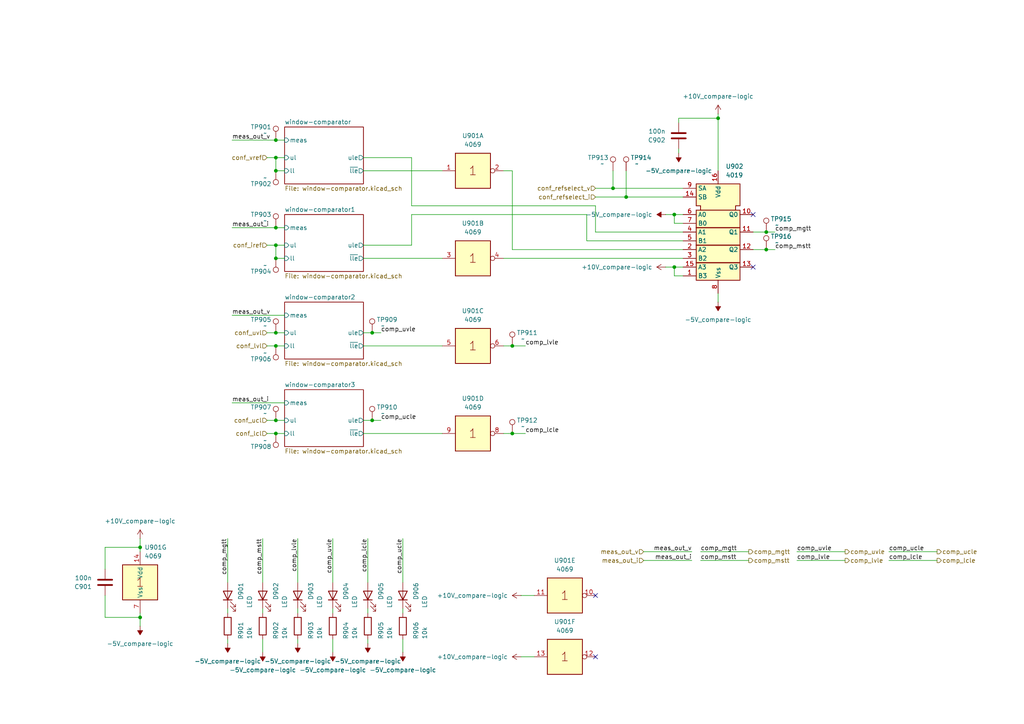
<source format=kicad_sch>
(kicad_sch
	(version 20231120)
	(generator "eeschema")
	(generator_version "8.0")
	(uuid "bd27915c-05de-4e1f-9041-755f88094272")
	(paper "A4")
	(title_block
		(title "Power Supply Sink")
		(date "2024-12-04")
		(rev "0.13.0")
		(company "Open Battery Tester")
		(comment 1 "Compare Logic")
	)
	(lib_symbols
		(symbol "pss:+10V_compare-logic"
			(power)
			(pin_numbers hide)
			(pin_names
				(offset 0) hide)
			(exclude_from_sim no)
			(in_bom yes)
			(on_board yes)
			(property "Reference" "#PWR"
				(at 0 -3.81 0)
				(effects
					(font
						(size 1.27 1.27)
					)
					(hide yes)
				)
			)
			(property "Value" "+10V_compare-logic"
				(at 0 3.556 0)
				(effects
					(font
						(size 1.27 1.27)
					)
				)
			)
			(property "Footprint" ""
				(at 0 0 0)
				(effects
					(font
						(size 1.27 1.27)
					)
					(hide yes)
				)
			)
			(property "Datasheet" ""
				(at 0 0 0)
				(effects
					(font
						(size 1.27 1.27)
					)
					(hide yes)
				)
			)
			(property "Description" ""
				(at 0 0 0)
				(effects
					(font
						(size 1.27 1.27)
					)
					(hide yes)
				)
			)
			(property "ki_keywords" "global power"
				(at 0 0 0)
				(effects
					(font
						(size 1.27 1.27)
					)
					(hide yes)
				)
			)
			(symbol "+10V_compare-logic_0_1"
				(polyline
					(pts
						(xy -0.762 1.27) (xy 0 2.54)
					)
					(stroke
						(width 0)
						(type default)
					)
					(fill
						(type none)
					)
				)
				(polyline
					(pts
						(xy 0 0) (xy 0 2.54)
					)
					(stroke
						(width 0)
						(type default)
					)
					(fill
						(type none)
					)
				)
				(polyline
					(pts
						(xy 0 2.54) (xy 0.762 1.27)
					)
					(stroke
						(width 0)
						(type default)
					)
					(fill
						(type none)
					)
				)
			)
			(symbol "+10V_compare-logic_1_1"
				(pin power_in line
					(at 0 0 90)
					(length 0)
					(name "~"
						(effects
							(font
								(size 1.27 1.27)
							)
						)
					)
					(number "1"
						(effects
							(font
								(size 1.27 1.27)
							)
						)
					)
				)
			)
		)
		(symbol "pss:-5V_compare-logic"
			(power)
			(pin_numbers hide)
			(pin_names
				(offset 0) hide)
			(exclude_from_sim no)
			(in_bom yes)
			(on_board yes)
			(property "Reference" "#PWR"
				(at 0 -3.81 0)
				(effects
					(font
						(size 1.27 1.27)
					)
					(hide yes)
				)
			)
			(property "Value" "-5V_compare-logic"
				(at 0 3.556 0)
				(effects
					(font
						(size 1.27 1.27)
					)
				)
			)
			(property "Footprint" ""
				(at 0 0 0)
				(effects
					(font
						(size 1.27 1.27)
					)
					(hide yes)
				)
			)
			(property "Datasheet" ""
				(at 0 0 0)
				(effects
					(font
						(size 1.27 1.27)
					)
					(hide yes)
				)
			)
			(property "Description" ""
				(at 0 0 0)
				(effects
					(font
						(size 1.27 1.27)
					)
					(hide yes)
				)
			)
			(property "ki_keywords" "global power"
				(at 0 0 0)
				(effects
					(font
						(size 1.27 1.27)
					)
					(hide yes)
				)
			)
			(symbol "-5V_compare-logic_0_0"
				(pin power_in line
					(at 0 0 90)
					(length 0)
					(name "~"
						(effects
							(font
								(size 1.27 1.27)
							)
						)
					)
					(number "1"
						(effects
							(font
								(size 1.27 1.27)
							)
						)
					)
				)
			)
			(symbol "-5V_compare-logic_0_1"
				(polyline
					(pts
						(xy 0 0) (xy 0 1.27) (xy 0.762 1.27) (xy 0 2.54) (xy -0.762 1.27) (xy 0 1.27)
					)
					(stroke
						(width 0)
						(type default)
					)
					(fill
						(type outline)
					)
				)
			)
		)
		(symbol "pss:4019"
			(exclude_from_sim no)
			(in_bom yes)
			(on_board yes)
			(property "Reference" "U"
				(at 8.89 11.43 0)
				(effects
					(font
						(size 1.27 1.27)
					)
				)
			)
			(property "Value" "4019"
				(at 8.89 -15.24 0)
				(effects
					(font
						(size 1.27 1.27)
					)
				)
			)
			(property "Footprint" ""
				(at 0 1.27 0)
				(effects
					(font
						(size 1.27 1.27)
					)
					(hide yes)
				)
			)
			(property "Datasheet" ""
				(at 0 1.27 0)
				(effects
					(font
						(size 1.27 1.27)
					)
					(hide yes)
				)
			)
			(property "Description" ""
				(at 0 0 0)
				(effects
					(font
						(size 1.27 1.27)
					)
					(hide yes)
				)
			)
			(symbol "4019_0_1"
				(rectangle
					(start -6.35 -8.89)
					(end 6.35 -13.97)
					(stroke
						(width 0.254)
						(type default)
					)
					(fill
						(type background)
					)
				)
				(rectangle
					(start -6.35 -3.81)
					(end 6.35 -8.89)
					(stroke
						(width 0.254)
						(type default)
					)
					(fill
						(type background)
					)
				)
				(rectangle
					(start -6.35 1.27)
					(end 6.35 -3.81)
					(stroke
						(width 0.254)
						(type default)
					)
					(fill
						(type background)
					)
				)
				(rectangle
					(start -6.35 1.27)
					(end 6.35 6.35)
					(stroke
						(width 0.254)
						(type default)
					)
					(fill
						(type background)
					)
				)
				(polyline
					(pts
						(xy -5.08 6.35) (xy -5.08 7.62) (xy -6.35 7.62) (xy -6.35 13.97) (xy 6.35 13.97) (xy 6.35 7.62)
						(xy 5.08 7.62) (xy 5.08 6.35) (xy 5.08 6.35)
					)
					(stroke
						(width 0.254)
						(type default)
					)
					(fill
						(type background)
					)
				)
				(pin power_in line
					(at 0 17.78 270)
					(length 3.81)
					(name "Vdd"
						(effects
							(font
								(size 1.27 1.27)
							)
						)
					)
					(number "16"
						(effects
							(font
								(size 1.27 1.27)
							)
						)
					)
				)
				(pin power_in line
					(at 0 -17.78 90)
					(length 3.81)
					(name "Vss"
						(effects
							(font
								(size 1.27 1.27)
							)
						)
					)
					(number "8"
						(effects
							(font
								(size 1.27 1.27)
							)
						)
					)
				)
			)
			(symbol "4019_1_1"
				(pin input line
					(at -10.16 -12.7 0)
					(length 3.81)
					(name "B3"
						(effects
							(font
								(size 1.27 1.27)
							)
						)
					)
					(number "1"
						(effects
							(font
								(size 1.27 1.27)
							)
						)
					)
				)
				(pin output line
					(at 10.16 5.08 180)
					(length 3.81)
					(name "Q0"
						(effects
							(font
								(size 1.27 1.27)
							)
						)
					)
					(number "10"
						(effects
							(font
								(size 1.27 1.27)
							)
						)
					)
				)
				(pin output line
					(at 10.16 0 180)
					(length 3.81)
					(name "Q1"
						(effects
							(font
								(size 1.27 1.27)
							)
						)
					)
					(number "11"
						(effects
							(font
								(size 1.27 1.27)
							)
						)
					)
				)
				(pin output line
					(at 10.16 -5.08 180)
					(length 3.81)
					(name "Q2"
						(effects
							(font
								(size 1.27 1.27)
							)
						)
					)
					(number "12"
						(effects
							(font
								(size 1.27 1.27)
							)
						)
					)
				)
				(pin output line
					(at 10.16 -10.16 180)
					(length 3.81)
					(name "Q3"
						(effects
							(font
								(size 1.27 1.27)
							)
						)
					)
					(number "13"
						(effects
							(font
								(size 1.27 1.27)
							)
						)
					)
				)
				(pin input line
					(at -10.16 10.16 0)
					(length 3.81)
					(name "SB"
						(effects
							(font
								(size 1.27 1.27)
							)
						)
					)
					(number "14"
						(effects
							(font
								(size 1.27 1.27)
							)
						)
					)
				)
				(pin input line
					(at -10.16 -10.16 0)
					(length 3.81)
					(name "A3"
						(effects
							(font
								(size 1.27 1.27)
							)
						)
					)
					(number "15"
						(effects
							(font
								(size 1.27 1.27)
							)
						)
					)
				)
				(pin input line
					(at -10.16 -5.08 0)
					(length 3.81)
					(name "A2"
						(effects
							(font
								(size 1.27 1.27)
							)
						)
					)
					(number "2"
						(effects
							(font
								(size 1.27 1.27)
							)
						)
					)
				)
				(pin input line
					(at -10.16 -7.62 0)
					(length 3.81)
					(name "B2"
						(effects
							(font
								(size 1.27 1.27)
							)
						)
					)
					(number "3"
						(effects
							(font
								(size 1.27 1.27)
							)
						)
					)
				)
				(pin input line
					(at -10.16 0 0)
					(length 3.81)
					(name "A1"
						(effects
							(font
								(size 1.27 1.27)
							)
						)
					)
					(number "4"
						(effects
							(font
								(size 1.27 1.27)
							)
						)
					)
				)
				(pin input line
					(at -10.16 -2.54 0)
					(length 3.81)
					(name "B1"
						(effects
							(font
								(size 1.27 1.27)
							)
						)
					)
					(number "5"
						(effects
							(font
								(size 1.27 1.27)
							)
						)
					)
				)
				(pin input line
					(at -10.16 5.08 0)
					(length 3.81)
					(name "A0"
						(effects
							(font
								(size 1.27 1.27)
							)
						)
					)
					(number "6"
						(effects
							(font
								(size 1.27 1.27)
							)
						)
					)
				)
				(pin input line
					(at -10.16 2.54 0)
					(length 3.81)
					(name "B0"
						(effects
							(font
								(size 1.27 1.27)
							)
						)
					)
					(number "7"
						(effects
							(font
								(size 1.27 1.27)
							)
						)
					)
				)
				(pin input line
					(at -10.16 12.7 0)
					(length 3.81)
					(name "SA"
						(effects
							(font
								(size 1.27 1.27)
							)
						)
					)
					(number "9"
						(effects
							(font
								(size 1.27 1.27)
							)
						)
					)
				)
			)
		)
		(symbol "pss:4069"
			(exclude_from_sim no)
			(in_bom yes)
			(on_board yes)
			(property "Reference" "U"
				(at 2.54 10.16 0)
				(effects
					(font
						(size 1.27 1.27)
					)
					(justify left)
				)
			)
			(property "Value" "4069"
				(at 2.54 7.62 0)
				(effects
					(font
						(size 1.27 1.27)
					)
					(justify left)
				)
			)
			(property "Footprint" ""
				(at 1.27 0 0)
				(effects
					(font
						(size 1.27 1.27)
					)
					(hide yes)
				)
			)
			(property "Datasheet" ""
				(at 1.27 0 0)
				(effects
					(font
						(size 1.27 1.27)
					)
					(hide yes)
				)
			)
			(property "Description" ""
				(at 1.27 0 0)
				(effects
					(font
						(size 1.27 1.27)
					)
					(hide yes)
				)
			)
			(property "ki_locked" ""
				(at 0 0 0)
				(effects
					(font
						(size 1.27 1.27)
					)
				)
			)
			(symbol "4069_0_0"
				(text "1"
					(at 0 0 0)
					(effects
						(font
							(size 2.54 2.54)
						)
					)
				)
			)
			(symbol "4069_0_1"
				(rectangle
					(start -5.08 5.08)
					(end 5.08 -5.08)
					(stroke
						(width 0.254)
						(type default)
					)
					(fill
						(type background)
					)
				)
			)
			(symbol "4069_1_1"
				(pin input line
					(at -8.89 0 0)
					(length 3.81)
					(name "~"
						(effects
							(font
								(size 1.27 1.27)
							)
						)
					)
					(number "1"
						(effects
							(font
								(size 1.27 1.27)
							)
						)
					)
				)
				(pin output inverted
					(at 8.89 0 180)
					(length 3.81)
					(name "~"
						(effects
							(font
								(size 1.27 1.27)
							)
						)
					)
					(number "2"
						(effects
							(font
								(size 1.27 1.27)
							)
						)
					)
				)
			)
			(symbol "4069_2_1"
				(pin input line
					(at -8.89 0 0)
					(length 3.81)
					(name "~"
						(effects
							(font
								(size 1.27 1.27)
							)
						)
					)
					(number "3"
						(effects
							(font
								(size 1.27 1.27)
							)
						)
					)
				)
				(pin output inverted
					(at 8.89 0 180)
					(length 3.81)
					(name "~"
						(effects
							(font
								(size 1.27 1.27)
							)
						)
					)
					(number "4"
						(effects
							(font
								(size 1.27 1.27)
							)
						)
					)
				)
			)
			(symbol "4069_3_1"
				(pin input line
					(at -8.89 0 0)
					(length 3.81)
					(name "~"
						(effects
							(font
								(size 1.27 1.27)
							)
						)
					)
					(number "5"
						(effects
							(font
								(size 1.27 1.27)
							)
						)
					)
				)
				(pin output inverted
					(at 8.89 0 180)
					(length 3.81)
					(name "~"
						(effects
							(font
								(size 1.27 1.27)
							)
						)
					)
					(number "6"
						(effects
							(font
								(size 1.27 1.27)
							)
						)
					)
				)
			)
			(symbol "4069_4_1"
				(pin output inverted
					(at 8.89 0 180)
					(length 3.81)
					(name "~"
						(effects
							(font
								(size 1.27 1.27)
							)
						)
					)
					(number "8"
						(effects
							(font
								(size 1.27 1.27)
							)
						)
					)
				)
				(pin input line
					(at -8.89 0 0)
					(length 3.81)
					(name "~"
						(effects
							(font
								(size 1.27 1.27)
							)
						)
					)
					(number "9"
						(effects
							(font
								(size 1.27 1.27)
							)
						)
					)
				)
			)
			(symbol "4069_5_1"
				(pin output inverted
					(at 8.89 0 180)
					(length 3.81)
					(name "~"
						(effects
							(font
								(size 1.27 1.27)
							)
						)
					)
					(number "10"
						(effects
							(font
								(size 1.27 1.27)
							)
						)
					)
				)
				(pin input line
					(at -8.89 0 0)
					(length 3.81)
					(name "~"
						(effects
							(font
								(size 1.27 1.27)
							)
						)
					)
					(number "11"
						(effects
							(font
								(size 1.27 1.27)
							)
						)
					)
				)
			)
			(symbol "4069_6_1"
				(pin output inverted
					(at 8.89 0 180)
					(length 3.81)
					(name "~"
						(effects
							(font
								(size 1.27 1.27)
							)
						)
					)
					(number "12"
						(effects
							(font
								(size 1.27 1.27)
							)
						)
					)
				)
				(pin input line
					(at -8.89 0 0)
					(length 3.81)
					(name "~"
						(effects
							(font
								(size 1.27 1.27)
							)
						)
					)
					(number "13"
						(effects
							(font
								(size 1.27 1.27)
							)
						)
					)
				)
			)
			(symbol "4069_7_0"
				(pin power_in line
					(at 0 8.89 270)
					(length 3.81)
					(name "Vdd"
						(effects
							(font
								(size 1.27 1.27)
							)
						)
					)
					(number "14"
						(effects
							(font
								(size 1.27 1.27)
							)
						)
					)
				)
				(pin power_in line
					(at 0 -8.89 90)
					(length 3.81)
					(name "Vss"
						(effects
							(font
								(size 1.27 1.27)
							)
						)
					)
					(number "7"
						(effects
							(font
								(size 1.27 1.27)
							)
						)
					)
				)
			)
		)
		(symbol "pss:C"
			(pin_numbers hide)
			(pin_names
				(offset 0.254)
			)
			(exclude_from_sim no)
			(in_bom yes)
			(on_board yes)
			(property "Reference" "C"
				(at 0.635 2.54 0)
				(effects
					(font
						(size 1.27 1.27)
					)
					(justify left)
				)
			)
			(property "Value" "C"
				(at 0.635 -2.54 0)
				(effects
					(font
						(size 1.27 1.27)
					)
					(justify left)
				)
			)
			(property "Footprint" ""
				(at 0.9652 -3.81 0)
				(effects
					(font
						(size 1.27 1.27)
					)
					(hide yes)
				)
			)
			(property "Datasheet" "~"
				(at 0 0 0)
				(effects
					(font
						(size 1.27 1.27)
					)
					(hide yes)
				)
			)
			(property "Description" "Unpolarized capacitor"
				(at 0 0 0)
				(effects
					(font
						(size 1.27 1.27)
					)
					(hide yes)
				)
			)
			(property "ki_keywords" "cap capacitor"
				(at 0 0 0)
				(effects
					(font
						(size 1.27 1.27)
					)
					(hide yes)
				)
			)
			(property "ki_fp_filters" "C_*"
				(at 0 0 0)
				(effects
					(font
						(size 1.27 1.27)
					)
					(hide yes)
				)
			)
			(symbol "C_0_1"
				(polyline
					(pts
						(xy -2.032 -0.762) (xy 2.032 -0.762)
					)
					(stroke
						(width 0.508)
						(type default)
					)
					(fill
						(type none)
					)
				)
				(polyline
					(pts
						(xy -2.032 0.762) (xy 2.032 0.762)
					)
					(stroke
						(width 0.508)
						(type default)
					)
					(fill
						(type none)
					)
				)
			)
			(symbol "C_1_1"
				(pin passive line
					(at 0 3.81 270)
					(length 2.794)
					(name "~"
						(effects
							(font
								(size 1.27 1.27)
							)
						)
					)
					(number "1"
						(effects
							(font
								(size 1.27 1.27)
							)
						)
					)
				)
				(pin passive line
					(at 0 -3.81 90)
					(length 2.794)
					(name "~"
						(effects
							(font
								(size 1.27 1.27)
							)
						)
					)
					(number "2"
						(effects
							(font
								(size 1.27 1.27)
							)
						)
					)
				)
			)
		)
		(symbol "pss:LED"
			(pin_numbers hide)
			(pin_names
				(offset 1.016) hide)
			(exclude_from_sim no)
			(in_bom yes)
			(on_board yes)
			(property "Reference" "D"
				(at 0 2.54 0)
				(effects
					(font
						(size 1.27 1.27)
					)
				)
			)
			(property "Value" "LED"
				(at 0 -2.54 0)
				(effects
					(font
						(size 1.27 1.27)
					)
				)
			)
			(property "Footprint" ""
				(at 0 0 0)
				(effects
					(font
						(size 1.27 1.27)
					)
					(hide yes)
				)
			)
			(property "Datasheet" "~"
				(at 0 0 0)
				(effects
					(font
						(size 1.27 1.27)
					)
					(hide yes)
				)
			)
			(property "Description" "Light emitting diode"
				(at 0 0 0)
				(effects
					(font
						(size 1.27 1.27)
					)
					(hide yes)
				)
			)
			(property "ki_keywords" "LED diode"
				(at 0 0 0)
				(effects
					(font
						(size 1.27 1.27)
					)
					(hide yes)
				)
			)
			(property "ki_fp_filters" "LED* LED_SMD:* LED_THT:*"
				(at 0 0 0)
				(effects
					(font
						(size 1.27 1.27)
					)
					(hide yes)
				)
			)
			(symbol "LED_0_1"
				(polyline
					(pts
						(xy -1.27 -1.27) (xy -1.27 1.27)
					)
					(stroke
						(width 0.254)
						(type default)
					)
					(fill
						(type none)
					)
				)
				(polyline
					(pts
						(xy -1.27 0) (xy 1.27 0)
					)
					(stroke
						(width 0)
						(type default)
					)
					(fill
						(type none)
					)
				)
				(polyline
					(pts
						(xy 1.27 -1.27) (xy 1.27 1.27) (xy -1.27 0) (xy 1.27 -1.27)
					)
					(stroke
						(width 0.254)
						(type default)
					)
					(fill
						(type none)
					)
				)
				(polyline
					(pts
						(xy -3.048 -0.762) (xy -4.572 -2.286) (xy -3.81 -2.286) (xy -4.572 -2.286) (xy -4.572 -1.524)
					)
					(stroke
						(width 0)
						(type default)
					)
					(fill
						(type none)
					)
				)
				(polyline
					(pts
						(xy -1.778 -0.762) (xy -3.302 -2.286) (xy -2.54 -2.286) (xy -3.302 -2.286) (xy -3.302 -1.524)
					)
					(stroke
						(width 0)
						(type default)
					)
					(fill
						(type none)
					)
				)
			)
			(symbol "LED_1_1"
				(pin passive line
					(at -3.81 0 0)
					(length 2.54)
					(name "K"
						(effects
							(font
								(size 1.27 1.27)
							)
						)
					)
					(number "1"
						(effects
							(font
								(size 1.27 1.27)
							)
						)
					)
				)
				(pin passive line
					(at 3.81 0 180)
					(length 2.54)
					(name "A"
						(effects
							(font
								(size 1.27 1.27)
							)
						)
					)
					(number "2"
						(effects
							(font
								(size 1.27 1.27)
							)
						)
					)
				)
			)
		)
		(symbol "pss:R"
			(pin_numbers hide)
			(pin_names
				(offset 0)
			)
			(exclude_from_sim no)
			(in_bom yes)
			(on_board yes)
			(property "Reference" "R"
				(at 2.032 0 90)
				(effects
					(font
						(size 1.27 1.27)
					)
				)
			)
			(property "Value" "R"
				(at 0 0 90)
				(effects
					(font
						(size 1.27 1.27)
					)
				)
			)
			(property "Footprint" ""
				(at -1.778 0 90)
				(effects
					(font
						(size 1.27 1.27)
					)
					(hide yes)
				)
			)
			(property "Datasheet" "~"
				(at 0 0 0)
				(effects
					(font
						(size 1.27 1.27)
					)
					(hide yes)
				)
			)
			(property "Description" "Resistor"
				(at 0 0 0)
				(effects
					(font
						(size 1.27 1.27)
					)
					(hide yes)
				)
			)
			(property "ki_keywords" "R res resistor"
				(at 0 0 0)
				(effects
					(font
						(size 1.27 1.27)
					)
					(hide yes)
				)
			)
			(property "ki_fp_filters" "R_*"
				(at 0 0 0)
				(effects
					(font
						(size 1.27 1.27)
					)
					(hide yes)
				)
			)
			(symbol "R_0_1"
				(rectangle
					(start -1.016 -2.54)
					(end 1.016 2.54)
					(stroke
						(width 0.254)
						(type default)
					)
					(fill
						(type none)
					)
				)
			)
			(symbol "R_1_1"
				(pin passive line
					(at 0 3.81 270)
					(length 1.27)
					(name "~"
						(effects
							(font
								(size 1.27 1.27)
							)
						)
					)
					(number "1"
						(effects
							(font
								(size 1.27 1.27)
							)
						)
					)
				)
				(pin passive line
					(at 0 -3.81 90)
					(length 1.27)
					(name "~"
						(effects
							(font
								(size 1.27 1.27)
							)
						)
					)
					(number "2"
						(effects
							(font
								(size 1.27 1.27)
							)
						)
					)
				)
			)
		)
		(symbol "pss:TestPoint"
			(pin_numbers hide)
			(pin_names
				(offset 0.762) hide)
			(exclude_from_sim no)
			(in_bom yes)
			(on_board yes)
			(property "Reference" "TP"
				(at 0 6.858 0)
				(effects
					(font
						(size 1.27 1.27)
					)
				)
			)
			(property "Value" "TestPoint"
				(at 0 5.08 0)
				(effects
					(font
						(size 1.27 1.27)
					)
				)
			)
			(property "Footprint" ""
				(at 5.08 0 0)
				(effects
					(font
						(size 1.27 1.27)
					)
					(hide yes)
				)
			)
			(property "Datasheet" "~"
				(at 5.08 0 0)
				(effects
					(font
						(size 1.27 1.27)
					)
					(hide yes)
				)
			)
			(property "Description" "test point"
				(at 0 0 0)
				(effects
					(font
						(size 1.27 1.27)
					)
					(hide yes)
				)
			)
			(property "ki_keywords" "test point tp"
				(at 0 0 0)
				(effects
					(font
						(size 1.27 1.27)
					)
					(hide yes)
				)
			)
			(property "ki_fp_filters" "Pin* Test*"
				(at 0 0 0)
				(effects
					(font
						(size 1.27 1.27)
					)
					(hide yes)
				)
			)
			(symbol "TestPoint_0_1"
				(circle
					(center 0 3.302)
					(radius 0.762)
					(stroke
						(width 0)
						(type default)
					)
					(fill
						(type none)
					)
				)
			)
			(symbol "TestPoint_1_1"
				(pin passive line
					(at 0 0 90)
					(length 2.54)
					(name "1"
						(effects
							(font
								(size 1.27 1.27)
							)
						)
					)
					(number "1"
						(effects
							(font
								(size 1.27 1.27)
							)
						)
					)
				)
			)
		)
	)
	(junction
		(at 80.01 96.52)
		(diameter 0)
		(color 0 0 0 0)
		(uuid "00f20a91-36d4-4fde-b84d-549eb581d9b8")
	)
	(junction
		(at 80.01 74.93)
		(diameter 0)
		(color 0 0 0 0)
		(uuid "0f1766dd-bd74-4ae4-986c-d350b3ede1af")
	)
	(junction
		(at 148.59 125.73)
		(diameter 0)
		(color 0 0 0 0)
		(uuid "15794237-4388-4197-aea9-c10500ac7455")
	)
	(junction
		(at 107.95 96.52)
		(diameter 0)
		(color 0 0 0 0)
		(uuid "24da9f4f-1688-4860-a9e1-d46128434aa9")
	)
	(junction
		(at 222.25 67.31)
		(diameter 0)
		(color 0 0 0 0)
		(uuid "3480d366-8439-42a3-aeaa-32f4df3b54a5")
	)
	(junction
		(at 80.01 71.12)
		(diameter 0)
		(color 0 0 0 0)
		(uuid "43479fea-ddda-4d1d-9083-a23b9f2f4944")
	)
	(junction
		(at 80.01 45.72)
		(diameter 0)
		(color 0 0 0 0)
		(uuid "49be794f-72e4-4699-a3ee-f733b5ebc934")
	)
	(junction
		(at 80.01 66.04)
		(diameter 0)
		(color 0 0 0 0)
		(uuid "4f228357-26e3-4805-8ab0-0c0858c8c12b")
	)
	(junction
		(at 40.64 179.07)
		(diameter 0)
		(color 0 0 0 0)
		(uuid "5cef43f5-a7a7-451e-bd84-d435dd0ac8bc")
	)
	(junction
		(at 195.58 62.23)
		(diameter 0)
		(color 0 0 0 0)
		(uuid "684df723-1e6d-40e2-8371-90434125e92c")
	)
	(junction
		(at 80.01 40.64)
		(diameter 0)
		(color 0 0 0 0)
		(uuid "6cc2ee77-96a6-4621-bafe-5e9e2f4f3dfe")
	)
	(junction
		(at 80.01 100.33)
		(diameter 0)
		(color 0 0 0 0)
		(uuid "81dcfb4c-1e4f-4fd6-ace1-3d9ecc6d1809")
	)
	(junction
		(at 181.61 57.15)
		(diameter 0)
		(color 0 0 0 0)
		(uuid "84811757-bdbf-4c36-87db-0e3eedda626b")
	)
	(junction
		(at 40.64 158.75)
		(diameter 0)
		(color 0 0 0 0)
		(uuid "856d2e29-eb53-4c14-9ca8-392e9619932a")
	)
	(junction
		(at 80.01 125.73)
		(diameter 0)
		(color 0 0 0 0)
		(uuid "98f3ebff-a9f4-46fd-879e-4d63867823f5")
	)
	(junction
		(at 148.59 100.33)
		(diameter 0)
		(color 0 0 0 0)
		(uuid "b399bbf9-c617-4bc4-ab60-73b458f27ab3")
	)
	(junction
		(at 208.28 34.29)
		(diameter 0)
		(color 0 0 0 0)
		(uuid "bde22d28-43ee-4ee6-a265-5d08fe8ab8d9")
	)
	(junction
		(at 195.58 77.47)
		(diameter 0)
		(color 0 0 0 0)
		(uuid "c59a1eaa-bffc-418f-96ce-a22c80e54df5")
	)
	(junction
		(at 80.01 121.92)
		(diameter 0)
		(color 0 0 0 0)
		(uuid "c913bb74-a2d1-4b59-847e-8acfe261e6ff")
	)
	(junction
		(at 177.8 54.61)
		(diameter 0)
		(color 0 0 0 0)
		(uuid "df5e12e2-7373-48e5-81a8-51ad6f425306")
	)
	(junction
		(at 222.25 72.39)
		(diameter 0)
		(color 0 0 0 0)
		(uuid "f179f39c-a2ad-40ee-b1e5-9264ae240a2a")
	)
	(junction
		(at 107.95 121.92)
		(diameter 0)
		(color 0 0 0 0)
		(uuid "f37112bc-e05f-4a5e-9dcc-6e1615ffad1b")
	)
	(junction
		(at 80.01 49.53)
		(diameter 0)
		(color 0 0 0 0)
		(uuid "f3bf4d4d-9ea1-403e-a1dd-0874d06f8a74")
	)
	(no_connect
		(at 172.72 190.5)
		(uuid "57843cf6-55a3-47ef-a391-0d355b9ff57a")
	)
	(no_connect
		(at 218.44 77.47)
		(uuid "7ba9bfe2-9a97-4ef3-9030-fe6d6b0ec922")
	)
	(no_connect
		(at 218.44 62.23)
		(uuid "87e539fd-023c-4c7a-a665-a26b2b7df214")
	)
	(no_connect
		(at 172.72 172.72)
		(uuid "c7932ab5-73a0-49f0-8133-854614ca2295")
	)
	(wire
		(pts
			(xy 198.12 80.01) (xy 195.58 80.01)
		)
		(stroke
			(width 0)
			(type default)
		)
		(uuid "00f3ab5e-09ed-4fac-bebd-48e01cb89423")
	)
	(wire
		(pts
			(xy 198.12 72.39) (xy 148.59 72.39)
		)
		(stroke
			(width 0)
			(type default)
		)
		(uuid "022f2ab9-fcb2-4473-97ca-115d57d32771")
	)
	(wire
		(pts
			(xy 196.85 34.29) (xy 208.28 34.29)
		)
		(stroke
			(width 0)
			(type default)
		)
		(uuid "024c1077-404f-4e62-9f27-faeb509f0e55")
	)
	(wire
		(pts
			(xy 177.8 54.61) (xy 198.12 54.61)
		)
		(stroke
			(width 0)
			(type default)
		)
		(uuid "069caf54-f067-4797-9964-1d79ca4fa88a")
	)
	(wire
		(pts
			(xy 30.48 158.75) (xy 40.64 158.75)
		)
		(stroke
			(width 0)
			(type default)
		)
		(uuid "08af1e3a-b534-43bf-96cd-1da2d45f1877")
	)
	(wire
		(pts
			(xy 86.36 176.53) (xy 86.36 177.8)
		)
		(stroke
			(width 0)
			(type default)
		)
		(uuid "09a537d0-4c0b-4ae1-9b41-585a43dd99d1")
	)
	(wire
		(pts
			(xy 105.41 96.52) (xy 107.95 96.52)
		)
		(stroke
			(width 0)
			(type default)
		)
		(uuid "0a41fd91-52df-4ec0-b1b9-a48fc5ca5f39")
	)
	(wire
		(pts
			(xy 151.13 190.5) (xy 154.94 190.5)
		)
		(stroke
			(width 0)
			(type default)
		)
		(uuid "0aef0de9-8d24-4595-9461-f0779ad9ce19")
	)
	(wire
		(pts
			(xy 271.78 160.02) (xy 257.81 160.02)
		)
		(stroke
			(width 0)
			(type default)
		)
		(uuid "0db1060e-d296-4fe5-a25c-aee5496ba903")
	)
	(wire
		(pts
			(xy 172.72 54.61) (xy 177.8 54.61)
		)
		(stroke
			(width 0)
			(type default)
		)
		(uuid "113eeb7f-3612-472d-bd74-d0cd0d6cf28e")
	)
	(wire
		(pts
			(xy 80.01 45.72) (xy 82.55 45.72)
		)
		(stroke
			(width 0)
			(type default)
		)
		(uuid "1394450f-a411-40da-a6e7-858da38322fa")
	)
	(wire
		(pts
			(xy 67.31 116.84) (xy 82.55 116.84)
		)
		(stroke
			(width 0)
			(type default)
		)
		(uuid "195fb39e-d5d2-4632-bda4-d16accec89a2")
	)
	(wire
		(pts
			(xy 82.55 74.93) (xy 80.01 74.93)
		)
		(stroke
			(width 0)
			(type default)
		)
		(uuid "1b95c257-4c02-4d85-b012-35db8a9f85c4")
	)
	(wire
		(pts
			(xy 148.59 72.39) (xy 148.59 49.53)
		)
		(stroke
			(width 0)
			(type default)
		)
		(uuid "200fe1bc-c42d-48a3-91d2-e783d3f8fa3a")
	)
	(wire
		(pts
			(xy 222.25 67.31) (xy 224.79 67.31)
		)
		(stroke
			(width 0)
			(type default)
		)
		(uuid "22859d17-a691-4e9a-9c5f-82ea7e70fb0d")
	)
	(wire
		(pts
			(xy 82.55 49.53) (xy 80.01 49.53)
		)
		(stroke
			(width 0)
			(type default)
		)
		(uuid "277f49b9-2b16-4e35-89e0-d24fc7a77e83")
	)
	(wire
		(pts
			(xy 116.84 156.21) (xy 116.84 168.91)
		)
		(stroke
			(width 0)
			(type default)
		)
		(uuid "2b5d1cf7-7472-42f4-9f20-b92834172ad2")
	)
	(wire
		(pts
			(xy 40.64 158.75) (xy 40.64 160.02)
		)
		(stroke
			(width 0)
			(type default)
		)
		(uuid "2be6b1f7-d8de-4c31-88eb-4e17ba3335ca")
	)
	(wire
		(pts
			(xy 77.47 96.52) (xy 80.01 96.52)
		)
		(stroke
			(width 0)
			(type default)
		)
		(uuid "2ea31063-8826-4731-91ee-35094e866311")
	)
	(wire
		(pts
			(xy 119.38 59.69) (xy 119.38 45.72)
		)
		(stroke
			(width 0)
			(type default)
		)
		(uuid "2f3dc8c8-7bd9-42a2-95ea-74e75a575628")
	)
	(wire
		(pts
			(xy 181.61 57.15) (xy 198.12 57.15)
		)
		(stroke
			(width 0)
			(type default)
		)
		(uuid "2f82597c-397a-484b-8b7c-9693064a867e")
	)
	(wire
		(pts
			(xy 30.48 172.72) (xy 30.48 179.07)
		)
		(stroke
			(width 0)
			(type default)
		)
		(uuid "2f84435b-d947-4ae2-b43e-05245c4d18b2")
	)
	(wire
		(pts
			(xy 208.28 85.09) (xy 208.28 87.63)
		)
		(stroke
			(width 0)
			(type default)
		)
		(uuid "30f5d455-9187-4982-8587-fdf6bd4f3de8")
	)
	(wire
		(pts
			(xy 193.04 77.47) (xy 195.58 77.47)
		)
		(stroke
			(width 0)
			(type default)
		)
		(uuid "3128e6db-ff8f-47ed-91ae-bce3c4f96143")
	)
	(wire
		(pts
			(xy 105.41 121.92) (xy 107.95 121.92)
		)
		(stroke
			(width 0)
			(type default)
		)
		(uuid "3147af7f-42db-4faf-8ec8-7621aff84e92")
	)
	(wire
		(pts
			(xy 66.04 176.53) (xy 66.04 177.8)
		)
		(stroke
			(width 0)
			(type default)
		)
		(uuid "31b28864-d4ae-4e0c-a330-604fe8b2ff98")
	)
	(wire
		(pts
			(xy 245.11 160.02) (xy 231.14 160.02)
		)
		(stroke
			(width 0)
			(type default)
		)
		(uuid "39599628-73eb-4b59-8038-dfe36157e11b")
	)
	(wire
		(pts
			(xy 198.12 67.31) (xy 172.72 67.31)
		)
		(stroke
			(width 0)
			(type default)
		)
		(uuid "39c3ea13-5890-4618-8568-f11beaccbd90")
	)
	(wire
		(pts
			(xy 66.04 156.21) (xy 66.04 168.91)
		)
		(stroke
			(width 0)
			(type default)
		)
		(uuid "3ff2ad05-53d8-4fee-9926-81167abc098f")
	)
	(wire
		(pts
			(xy 177.8 49.53) (xy 177.8 54.61)
		)
		(stroke
			(width 0)
			(type default)
		)
		(uuid "452b813c-6f83-4c7b-be11-2d410d787afe")
	)
	(wire
		(pts
			(xy 77.47 45.72) (xy 80.01 45.72)
		)
		(stroke
			(width 0)
			(type default)
		)
		(uuid "45c75d14-bfe4-4348-886b-5b6d7045cbfe")
	)
	(wire
		(pts
			(xy 80.01 96.52) (xy 82.55 96.52)
		)
		(stroke
			(width 0)
			(type default)
		)
		(uuid "4850b9ad-c0e9-4fce-bea0-ff54715ec8ba")
	)
	(wire
		(pts
			(xy 208.28 34.29) (xy 208.28 49.53)
		)
		(stroke
			(width 0)
			(type default)
		)
		(uuid "494ea685-c098-441f-bc91-0275f27662c8")
	)
	(wire
		(pts
			(xy 80.01 71.12) (xy 82.55 71.12)
		)
		(stroke
			(width 0)
			(type default)
		)
		(uuid "4bcd2adf-4b0c-4f8e-90e3-58fdf6385091")
	)
	(wire
		(pts
			(xy 76.2 176.53) (xy 76.2 177.8)
		)
		(stroke
			(width 0)
			(type default)
		)
		(uuid "51922e7e-906f-4bde-a532-2843a6be07af")
	)
	(wire
		(pts
			(xy 148.59 125.73) (xy 152.4 125.73)
		)
		(stroke
			(width 0)
			(type default)
		)
		(uuid "53b03cbe-ea8d-4030-830d-abb552250139")
	)
	(wire
		(pts
			(xy 271.78 162.56) (xy 257.81 162.56)
		)
		(stroke
			(width 0)
			(type default)
		)
		(uuid "54183973-d020-4924-80cc-b62bf51a55e4")
	)
	(wire
		(pts
			(xy 245.11 162.56) (xy 231.14 162.56)
		)
		(stroke
			(width 0)
			(type default)
		)
		(uuid "5868561b-41a8-44af-8261-2c1488d1b1a8")
	)
	(wire
		(pts
			(xy 172.72 57.15) (xy 181.61 57.15)
		)
		(stroke
			(width 0)
			(type default)
		)
		(uuid "59472ab7-c2ce-4e14-bce7-773f9818ad4b")
	)
	(wire
		(pts
			(xy 198.12 69.85) (xy 170.18 69.85)
		)
		(stroke
			(width 0)
			(type default)
		)
		(uuid "5a5f3d48-833d-4a21-9c72-dc08da14d781")
	)
	(wire
		(pts
			(xy 77.47 100.33) (xy 80.01 100.33)
		)
		(stroke
			(width 0)
			(type default)
		)
		(uuid "5ad67fbc-bbdf-4748-9757-26db3fa45a3f")
	)
	(wire
		(pts
			(xy 105.41 71.12) (xy 119.38 71.12)
		)
		(stroke
			(width 0)
			(type default)
		)
		(uuid "5b6a8905-5937-458e-ad4c-185de9e08e29")
	)
	(wire
		(pts
			(xy 96.52 185.42) (xy 96.52 189.23)
		)
		(stroke
			(width 0)
			(type default)
		)
		(uuid "5d8b6bc4-43c8-4f26-8548-6d6a2876a714")
	)
	(wire
		(pts
			(xy 195.58 64.77) (xy 195.58 62.23)
		)
		(stroke
			(width 0)
			(type default)
		)
		(uuid "672f5859-cfb4-42c2-9457-b2b90186d936")
	)
	(wire
		(pts
			(xy 151.13 172.72) (xy 154.94 172.72)
		)
		(stroke
			(width 0)
			(type default)
		)
		(uuid "6adc0e55-858f-4eed-8264-1aad38e59ab7")
	)
	(wire
		(pts
			(xy 30.48 165.1) (xy 30.48 158.75)
		)
		(stroke
			(width 0)
			(type default)
		)
		(uuid "6fb296e9-0db8-4119-8e1e-041b24228400")
	)
	(wire
		(pts
			(xy 80.01 40.64) (xy 82.55 40.64)
		)
		(stroke
			(width 0)
			(type default)
		)
		(uuid "707a8609-9001-46b1-a927-3122e4fff331")
	)
	(wire
		(pts
			(xy 198.12 64.77) (xy 195.58 64.77)
		)
		(stroke
			(width 0)
			(type default)
		)
		(uuid "712b2d87-13b5-46e3-ab56-d86cdb4a1186")
	)
	(wire
		(pts
			(xy 170.18 69.85) (xy 170.18 62.23)
		)
		(stroke
			(width 0)
			(type default)
		)
		(uuid "723e3a43-9bfa-43bb-a78f-8115d13d3a6a")
	)
	(wire
		(pts
			(xy 40.64 156.21) (xy 40.64 158.75)
		)
		(stroke
			(width 0)
			(type default)
		)
		(uuid "72793c46-87c4-4447-a68e-9180334e0597")
	)
	(wire
		(pts
			(xy 195.58 80.01) (xy 195.58 77.47)
		)
		(stroke
			(width 0)
			(type default)
		)
		(uuid "7296549c-58ac-4d7e-8601-0e243bf44f23")
	)
	(wire
		(pts
			(xy 116.84 185.42) (xy 116.84 189.23)
		)
		(stroke
			(width 0)
			(type default)
		)
		(uuid "77af7772-dcea-4243-bf8b-49fefefbd768")
	)
	(wire
		(pts
			(xy 106.68 156.21) (xy 106.68 168.91)
		)
		(stroke
			(width 0)
			(type default)
		)
		(uuid "7a5bac52-7e33-4f68-8057-3510b0043e35")
	)
	(wire
		(pts
			(xy 30.48 179.07) (xy 40.64 179.07)
		)
		(stroke
			(width 0)
			(type default)
		)
		(uuid "8151d70c-d944-464d-a20d-4cf4c0f7f18d")
	)
	(wire
		(pts
			(xy 218.44 72.39) (xy 222.25 72.39)
		)
		(stroke
			(width 0)
			(type default)
		)
		(uuid "8429717f-c506-4ef8-8ef6-785d0b1eddc9")
	)
	(wire
		(pts
			(xy 119.38 71.12) (xy 119.38 62.23)
		)
		(stroke
			(width 0)
			(type default)
		)
		(uuid "89e0d35c-e3c0-42ed-9561-3e3a8d9543e5")
	)
	(wire
		(pts
			(xy 146.05 74.93) (xy 198.12 74.93)
		)
		(stroke
			(width 0)
			(type default)
		)
		(uuid "8c30af40-1655-46a2-a581-19401df54ead")
	)
	(wire
		(pts
			(xy 86.36 156.21) (xy 86.36 168.91)
		)
		(stroke
			(width 0)
			(type default)
		)
		(uuid "8f96dd52-19ce-4cf9-bf2b-69e44bc50c8c")
	)
	(wire
		(pts
			(xy 172.72 59.69) (xy 119.38 59.69)
		)
		(stroke
			(width 0)
			(type default)
		)
		(uuid "9094d3d2-fbc1-408e-ac81-331bfcabb94c")
	)
	(wire
		(pts
			(xy 105.41 74.93) (xy 128.27 74.93)
		)
		(stroke
			(width 0)
			(type default)
		)
		(uuid "91b3ade8-9b6e-47c7-b5e3-a9bfcfd357ff")
	)
	(wire
		(pts
			(xy 80.01 125.73) (xy 82.55 125.73)
		)
		(stroke
			(width 0)
			(type default)
		)
		(uuid "96a64bf9-2d88-42b6-9228-d55c50dd3998")
	)
	(wire
		(pts
			(xy 186.69 160.02) (xy 200.66 160.02)
		)
		(stroke
			(width 0)
			(type default)
		)
		(uuid "9740b4e9-1543-4437-bfb5-5ff09763238a")
	)
	(wire
		(pts
			(xy 77.47 71.12) (xy 80.01 71.12)
		)
		(stroke
			(width 0)
			(type default)
		)
		(uuid "992644fc-5035-4371-b962-7eb54301519f")
	)
	(wire
		(pts
			(xy 195.58 62.23) (xy 198.12 62.23)
		)
		(stroke
			(width 0)
			(type default)
		)
		(uuid "9b0382f1-6e6d-4da3-b55e-9c403db6aa95")
	)
	(wire
		(pts
			(xy 218.44 67.31) (xy 222.25 67.31)
		)
		(stroke
			(width 0)
			(type default)
		)
		(uuid "9ccecf2f-e12e-4720-b34e-a705f4374e66")
	)
	(wire
		(pts
			(xy 119.38 45.72) (xy 105.41 45.72)
		)
		(stroke
			(width 0)
			(type default)
		)
		(uuid "9f0f43cd-fa1c-472d-95ad-b79bc416f7cf")
	)
	(wire
		(pts
			(xy 217.17 160.02) (xy 203.2 160.02)
		)
		(stroke
			(width 0)
			(type default)
		)
		(uuid "a0adc7b8-ece7-463f-b3d1-4c7d323b0538")
	)
	(wire
		(pts
			(xy 86.36 185.42) (xy 86.36 186.69)
		)
		(stroke
			(width 0)
			(type default)
		)
		(uuid "a50e3675-f687-4f2d-891e-099377eea462")
	)
	(wire
		(pts
			(xy 96.52 156.21) (xy 96.52 168.91)
		)
		(stroke
			(width 0)
			(type default)
		)
		(uuid "a6d87648-fbfc-4efe-9d0f-96434916a406")
	)
	(wire
		(pts
			(xy 106.68 176.53) (xy 106.68 177.8)
		)
		(stroke
			(width 0)
			(type default)
		)
		(uuid "abb2656b-f54c-44d9-a87d-37cfbed27405")
	)
	(wire
		(pts
			(xy 107.95 96.52) (xy 110.49 96.52)
		)
		(stroke
			(width 0)
			(type default)
		)
		(uuid "ad8dbc92-3d51-4619-94f8-3031f50ee7d4")
	)
	(wire
		(pts
			(xy 67.31 40.64) (xy 80.01 40.64)
		)
		(stroke
			(width 0)
			(type default)
		)
		(uuid "add6b5cc-7e72-4a54-a8fa-368a20eaad1e")
	)
	(wire
		(pts
			(xy 67.31 91.44) (xy 82.55 91.44)
		)
		(stroke
			(width 0)
			(type default)
		)
		(uuid "b0a405c3-ec8d-4402-a944-1ff2003887c2")
	)
	(wire
		(pts
			(xy 80.01 66.04) (xy 82.55 66.04)
		)
		(stroke
			(width 0)
			(type default)
		)
		(uuid "b1d6170e-070f-4103-a42e-6bd7eeb08e42")
	)
	(wire
		(pts
			(xy 222.25 72.39) (xy 224.79 72.39)
		)
		(stroke
			(width 0)
			(type default)
		)
		(uuid "b1dd8c12-64ba-4627-bcd7-a3846d948443")
	)
	(wire
		(pts
			(xy 116.84 176.53) (xy 116.84 177.8)
		)
		(stroke
			(width 0)
			(type default)
		)
		(uuid "b2054a10-1e9a-49a0-b97e-8ab400b6ac45")
	)
	(wire
		(pts
			(xy 146.05 125.73) (xy 148.59 125.73)
		)
		(stroke
			(width 0)
			(type default)
		)
		(uuid "b2ab1796-0a56-4bab-a26f-c72901915995")
	)
	(wire
		(pts
			(xy 76.2 185.42) (xy 76.2 189.23)
		)
		(stroke
			(width 0)
			(type default)
		)
		(uuid "b4cbb79a-60ea-4f8f-82d8-2371013d3035")
	)
	(wire
		(pts
			(xy 181.61 49.53) (xy 181.61 57.15)
		)
		(stroke
			(width 0)
			(type default)
		)
		(uuid "b53c9089-59c4-46bf-9087-87af7bd1598e")
	)
	(wire
		(pts
			(xy 217.17 162.56) (xy 203.2 162.56)
		)
		(stroke
			(width 0)
			(type default)
		)
		(uuid "b8f4d125-6f25-4da7-a260-1b26ae736d0b")
	)
	(wire
		(pts
			(xy 76.2 156.21) (xy 76.2 168.91)
		)
		(stroke
			(width 0)
			(type default)
		)
		(uuid "baf4e9fd-d88f-40df-a0e3-3a97b3d82556")
	)
	(wire
		(pts
			(xy 196.85 35.56) (xy 196.85 34.29)
		)
		(stroke
			(width 0)
			(type default)
		)
		(uuid "bce71980-d37e-4bd1-8be8-cefacec23be5")
	)
	(wire
		(pts
			(xy 107.95 121.92) (xy 110.49 121.92)
		)
		(stroke
			(width 0)
			(type default)
		)
		(uuid "bfd2085d-cf3d-4707-aaf8-bc872cc824d1")
	)
	(wire
		(pts
			(xy 148.59 49.53) (xy 146.05 49.53)
		)
		(stroke
			(width 0)
			(type default)
		)
		(uuid "c0fdcb4b-8a51-4d65-8ad6-f3d1f7056461")
	)
	(wire
		(pts
			(xy 193.04 62.23) (xy 195.58 62.23)
		)
		(stroke
			(width 0)
			(type default)
		)
		(uuid "c24b4c17-fca0-4eaf-8d72-eaf2c27dd42c")
	)
	(wire
		(pts
			(xy 40.64 179.07) (xy 40.64 181.61)
		)
		(stroke
			(width 0)
			(type default)
		)
		(uuid "c29176b9-5a85-4c66-888c-9738fbb7e3cb")
	)
	(wire
		(pts
			(xy 105.41 49.53) (xy 128.27 49.53)
		)
		(stroke
			(width 0)
			(type default)
		)
		(uuid "c8a09a2e-c7d2-470c-8d91-9280cd4ad603")
	)
	(wire
		(pts
			(xy 170.18 62.23) (xy 119.38 62.23)
		)
		(stroke
			(width 0)
			(type default)
		)
		(uuid "d1ebd419-e579-4584-b178-b8ee40734eb2")
	)
	(wire
		(pts
			(xy 186.69 162.56) (xy 200.66 162.56)
		)
		(stroke
			(width 0)
			(type default)
		)
		(uuid "d237d5a6-d27c-4bed-bd34-b344bc926b99")
	)
	(wire
		(pts
			(xy 66.04 185.42) (xy 66.04 186.69)
		)
		(stroke
			(width 0)
			(type default)
		)
		(uuid "d3ba37d2-e8c9-409e-9386-4844b147e9c9")
	)
	(wire
		(pts
			(xy 196.85 43.18) (xy 196.85 44.45)
		)
		(stroke
			(width 0)
			(type default)
		)
		(uuid "d774d4f9-1ba8-4651-b617-6d3326af89f4")
	)
	(wire
		(pts
			(xy 67.31 66.04) (xy 80.01 66.04)
		)
		(stroke
			(width 0)
			(type default)
		)
		(uuid "d7967a98-72d7-4660-9fb7-cdca7f4608fa")
	)
	(wire
		(pts
			(xy 40.64 177.8) (xy 40.64 179.07)
		)
		(stroke
			(width 0)
			(type default)
		)
		(uuid "db624797-86ed-41ca-93b1-b9d6c13334cf")
	)
	(wire
		(pts
			(xy 146.05 100.33) (xy 148.59 100.33)
		)
		(stroke
			(width 0)
			(type default)
		)
		(uuid "dbc3da48-d0e0-48c2-a671-c805da0d4daf")
	)
	(wire
		(pts
			(xy 195.58 77.47) (xy 198.12 77.47)
		)
		(stroke
			(width 0)
			(type default)
		)
		(uuid "de59451b-1820-4d66-9ac7-804ea8282a38")
	)
	(wire
		(pts
			(xy 208.28 33.02) (xy 208.28 34.29)
		)
		(stroke
			(width 0)
			(type default)
		)
		(uuid "debf3e98-6d5b-4589-9bc0-435a1acdd734")
	)
	(wire
		(pts
			(xy 105.41 100.33) (xy 128.27 100.33)
		)
		(stroke
			(width 0)
			(type default)
		)
		(uuid "df2cb3d2-4a5b-4668-8e17-90a8c6077d24")
	)
	(wire
		(pts
			(xy 80.01 100.33) (xy 82.55 100.33)
		)
		(stroke
			(width 0)
			(type default)
		)
		(uuid "e1174564-6731-44b5-8930-f3f24c6e02f1")
	)
	(wire
		(pts
			(xy 96.52 176.53) (xy 96.52 177.8)
		)
		(stroke
			(width 0)
			(type default)
		)
		(uuid "e8cec5ea-5c41-4d9b-a3c3-9f69e3bd267c")
	)
	(wire
		(pts
			(xy 105.41 125.73) (xy 128.27 125.73)
		)
		(stroke
			(width 0)
			(type default)
		)
		(uuid "e9a64162-8cef-4915-9461-07845be75fba")
	)
	(wire
		(pts
			(xy 77.47 121.92) (xy 80.01 121.92)
		)
		(stroke
			(width 0)
			(type default)
		)
		(uuid "eabca537-d03d-4b2b-975f-96c28ba6643d")
	)
	(wire
		(pts
			(xy 172.72 67.31) (xy 172.72 59.69)
		)
		(stroke
			(width 0)
			(type default)
		)
		(uuid "eb8aef25-6058-4445-8895-35267d43b717")
	)
	(wire
		(pts
			(xy 80.01 49.53) (xy 80.01 45.72)
		)
		(stroke
			(width 0)
			(type default)
		)
		(uuid "ecf9f84f-e86f-430d-bf45-d7b52f640eaf")
	)
	(wire
		(pts
			(xy 77.47 125.73) (xy 80.01 125.73)
		)
		(stroke
			(width 0)
			(type default)
		)
		(uuid "ee62a697-2667-4e71-88b5-4ba6d5fd6f53")
	)
	(wire
		(pts
			(xy 106.68 185.42) (xy 106.68 186.69)
		)
		(stroke
			(width 0)
			(type default)
		)
		(uuid "feaa28d3-5db6-46e5-99af-bde953628eea")
	)
	(wire
		(pts
			(xy 80.01 121.92) (xy 82.55 121.92)
		)
		(stroke
			(width 0)
			(type default)
		)
		(uuid "fef5c564-ec25-4538-9596-aed8bb6ec777")
	)
	(wire
		(pts
			(xy 148.59 100.33) (xy 152.4 100.33)
		)
		(stroke
			(width 0)
			(type default)
		)
		(uuid "ff6175dc-6add-49a0-a996-c9f3323a8101")
	)
	(wire
		(pts
			(xy 80.01 74.93) (xy 80.01 71.12)
		)
		(stroke
			(width 0)
			(type default)
		)
		(uuid "ff7412d3-f25c-4eff-81be-184005972567")
	)
	(label "comp_lcle"
		(at 106.68 156.21 270)
		(fields_autoplaced yes)
		(effects
			(font
				(size 1.27 1.27)
			)
			(justify right bottom)
		)
		(uuid "27d0f111-a2e0-41b5-8f2c-b5547119fbf2")
	)
	(label "comp_mgtt"
		(at 203.2 160.02 0)
		(fields_autoplaced yes)
		(effects
			(font
				(size 1.27 1.27)
			)
			(justify left bottom)
		)
		(uuid "294ad69c-0535-4d95-b5d8-22b60d6dd008")
	)
	(label "comp_mstt"
		(at 76.2 156.21 270)
		(fields_autoplaced yes)
		(effects
			(font
				(size 1.27 1.27)
			)
			(justify right bottom)
		)
		(uuid "31cb0ab3-1cfd-493c-9267-dea6ae9e3f07")
	)
	(label "meas_out_v"
		(at 200.66 160.02 180)
		(fields_autoplaced yes)
		(effects
			(font
				(size 1.27 1.27)
			)
			(justify right bottom)
		)
		(uuid "4cde0978-9f51-42aa-99ea-65e3870393d6")
	)
	(label "meas_out_v"
		(at 67.31 91.44 0)
		(fields_autoplaced yes)
		(effects
			(font
				(size 1.27 1.27)
			)
			(justify left bottom)
		)
		(uuid "5bafafcb-5138-4c27-8b1d-74f8c14a1ae0")
	)
	(label "meas_out_i"
		(at 67.31 66.04 0)
		(fields_autoplaced yes)
		(effects
			(font
				(size 1.27 1.27)
			)
			(justify left bottom)
		)
		(uuid "6ae3b1ca-26ac-4fef-bbcf-5349de1d4d7f")
	)
	(label "comp_lvle"
		(at 231.14 162.56 0)
		(fields_autoplaced yes)
		(effects
			(font
				(size 1.27 1.27)
			)
			(justify left bottom)
		)
		(uuid "6bc0d07c-b50f-4b23-a49f-fcc1eede2932")
	)
	(label "meas_out_i"
		(at 67.31 116.84 0)
		(fields_autoplaced yes)
		(effects
			(font
				(size 1.27 1.27)
			)
			(justify left bottom)
		)
		(uuid "7b065796-8ca4-41b5-9bc9-94018e3e2550")
	)
	(label "comp_ucle"
		(at 116.84 156.21 270)
		(fields_autoplaced yes)
		(effects
			(font
				(size 1.27 1.27)
			)
			(justify right bottom)
		)
		(uuid "9b9986cd-b1a5-4583-8838-73affaea6f9e")
	)
	(label "comp_mgtt"
		(at 66.04 156.21 270)
		(fields_autoplaced yes)
		(effects
			(font
				(size 1.27 1.27)
			)
			(justify right bottom)
		)
		(uuid "9ccf0d66-d173-4c3c-af03-31a07401bcfd")
	)
	(label "comp_uvle"
		(at 231.14 160.02 0)
		(fields_autoplaced yes)
		(effects
			(font
				(size 1.27 1.27)
			)
			(justify left bottom)
		)
		(uuid "9d31bfdf-05fe-41e8-9f50-6722a60c2ded")
	)
	(label "comp_ucle"
		(at 110.49 121.92 0)
		(fields_autoplaced yes)
		(effects
			(font
				(size 1.27 1.27)
			)
			(justify left bottom)
		)
		(uuid "a004b2f9-36ed-4834-83f0-07f791c08abc")
	)
	(label "comp_mstt"
		(at 224.79 72.39 0)
		(fields_autoplaced yes)
		(effects
			(font
				(size 1.27 1.27)
			)
			(justify left bottom)
		)
		(uuid "a171e123-dd86-4ce6-891a-3d93f9d79153")
	)
	(label "comp_ucle"
		(at 257.81 160.02 0)
		(fields_autoplaced yes)
		(effects
			(font
				(size 1.27 1.27)
			)
			(justify left bottom)
		)
		(uuid "a3c40a7b-db53-4246-b14c-0ebc3060d878")
	)
	(label "comp_lcle"
		(at 257.81 162.56 0)
		(fields_autoplaced yes)
		(effects
			(font
				(size 1.27 1.27)
			)
			(justify left bottom)
		)
		(uuid "ac5312d1-6e62-4029-bf39-fc2aa85760ce")
	)
	(label "meas_out_v"
		(at 67.31 40.64 0)
		(fields_autoplaced yes)
		(effects
			(font
				(size 1.27 1.27)
			)
			(justify left bottom)
		)
		(uuid "aea4da64-5549-48d7-b518-8235320112cd")
	)
	(label "comp_lvle"
		(at 86.36 156.21 270)
		(fields_autoplaced yes)
		(effects
			(font
				(size 1.27 1.27)
			)
			(justify right bottom)
		)
		(uuid "aec41ddd-55ea-469f-b57c-1109921438f3")
	)
	(label "comp_lvle"
		(at 152.4 100.33 0)
		(fields_autoplaced yes)
		(effects
			(font
				(size 1.27 1.27)
			)
			(justify left bottom)
		)
		(uuid "b8acd6ad-87d9-4415-b59b-5c99b9b9bacc")
	)
	(label "comp_mgtt"
		(at 224.79 67.31 0)
		(fields_autoplaced yes)
		(effects
			(font
				(size 1.27 1.27)
			)
			(justify left bottom)
		)
		(uuid "c6438c73-5fd7-407e-9929-856e7db7298f")
	)
	(label "comp_uvle"
		(at 96.52 156.21 270)
		(fields_autoplaced yes)
		(effects
			(font
				(size 1.27 1.27)
			)
			(justify right bottom)
		)
		(uuid "cad9bdb2-b07a-45b0-abd0-e5ab0d92e2ca")
	)
	(label "comp_lcle"
		(at 152.4 125.73 0)
		(fields_autoplaced yes)
		(effects
			(font
				(size 1.27 1.27)
			)
			(justify left bottom)
		)
		(uuid "d32ab343-4dba-4806-887a-910415e9c302")
	)
	(label "meas_out_i"
		(at 200.66 162.56 180)
		(fields_autoplaced yes)
		(effects
			(font
				(size 1.27 1.27)
			)
			(justify right bottom)
		)
		(uuid "efa48616-aba4-47e4-af24-3238344c7a3b")
	)
	(label "comp_uvle"
		(at 110.49 96.52 0)
		(fields_autoplaced yes)
		(effects
			(font
				(size 1.27 1.27)
			)
			(justify left bottom)
		)
		(uuid "f1481949-4ab0-401c-a29c-0a961b194975")
	)
	(label "comp_mstt"
		(at 203.2 162.56 0)
		(fields_autoplaced yes)
		(effects
			(font
				(size 1.27 1.27)
			)
			(justify left bottom)
		)
		(uuid "fe7873b1-734b-450c-911e-da8d03776274")
	)
	(hierarchical_label "conf_ucl"
		(shape input)
		(at 77.47 121.92 180)
		(fields_autoplaced yes)
		(effects
			(font
				(size 1.27 1.27)
			)
			(justify right)
		)
		(uuid "0d40b5a4-41d8-47a8-859c-a907fff2eafb")
	)
	(hierarchical_label "conf_lcl"
		(shape input)
		(at 77.47 125.73 180)
		(fields_autoplaced yes)
		(effects
			(font
				(size 1.27 1.27)
			)
			(justify right)
		)
		(uuid "20673c85-18cb-42fa-8af0-bce4a8a015e0")
	)
	(hierarchical_label "conf_refselect_i"
		(shape input)
		(at 172.72 57.15 180)
		(fields_autoplaced yes)
		(effects
			(font
				(size 1.27 1.27)
			)
			(justify right)
		)
		(uuid "3ec61d7a-df30-4d77-9455-4beae336e559")
	)
	(hierarchical_label "meas_out_v"
		(shape input)
		(at 186.69 160.02 180)
		(fields_autoplaced yes)
		(effects
			(font
				(size 1.27 1.27)
			)
			(justify right)
		)
		(uuid "4f6f5e7e-ff04-4bdd-be67-48558878262c")
	)
	(hierarchical_label "comp_ucle"
		(shape output)
		(at 271.78 160.02 0)
		(fields_autoplaced yes)
		(effects
			(font
				(size 1.27 1.27)
			)
			(justify left)
		)
		(uuid "6d4a6211-e8ef-4b58-9422-37ae42b60b15")
	)
	(hierarchical_label "comp_lvle"
		(shape output)
		(at 245.11 162.56 0)
		(fields_autoplaced yes)
		(effects
			(font
				(size 1.27 1.27)
			)
			(justify left)
		)
		(uuid "7bb4f4a1-798e-4689-bcba-5627d9b8a70e")
	)
	(hierarchical_label "conf_refselect_v"
		(shape input)
		(at 172.72 54.61 180)
		(fields_autoplaced yes)
		(effects
			(font
				(size 1.27 1.27)
			)
			(justify right)
		)
		(uuid "8d2ef5aa-17d3-492b-abe7-5ff3712b6424")
	)
	(hierarchical_label "comp_mstt"
		(shape output)
		(at 217.17 162.56 0)
		(fields_autoplaced yes)
		(effects
			(font
				(size 1.27 1.27)
			)
			(justify left)
		)
		(uuid "999a4fdb-0908-4498-ad5b-2dd81216c386")
	)
	(hierarchical_label "comp_uvle"
		(shape output)
		(at 245.11 160.02 0)
		(fields_autoplaced yes)
		(effects
			(font
				(size 1.27 1.27)
			)
			(justify left)
		)
		(uuid "a2d7d4d7-b495-42eb-96aa-49b49f8c5a26")
	)
	(hierarchical_label "conf_uvl"
		(shape input)
		(at 77.47 96.52 180)
		(fields_autoplaced yes)
		(effects
			(font
				(size 1.27 1.27)
			)
			(justify right)
		)
		(uuid "b1a10655-bd46-4360-af93-422cf5fd63a9")
	)
	(hierarchical_label "conf_lvl"
		(shape input)
		(at 77.47 100.33 180)
		(fields_autoplaced yes)
		(effects
			(font
				(size 1.27 1.27)
			)
			(justify right)
		)
		(uuid "b73c1787-7211-4aa6-bc12-aedead616a78")
	)
	(hierarchical_label "comp_lcle"
		(shape output)
		(at 271.78 162.56 0)
		(fields_autoplaced yes)
		(effects
			(font
				(size 1.27 1.27)
			)
			(justify left)
		)
		(uuid "be6e2c25-f131-4ec6-bb05-42d550a5f1ab")
	)
	(hierarchical_label "comp_mgtt"
		(shape output)
		(at 217.17 160.02 0)
		(fields_autoplaced yes)
		(effects
			(font
				(size 1.27 1.27)
			)
			(justify left)
		)
		(uuid "c98f21fb-6477-4cca-b3ee-cc1a6555ee9e")
	)
	(hierarchical_label "conf_vref"
		(shape input)
		(at 77.47 45.72 180)
		(fields_autoplaced yes)
		(effects
			(font
				(size 1.27 1.27)
			)
			(justify right)
		)
		(uuid "d1ff2456-eec4-46f6-b054-e238f928d2a9")
	)
	(hierarchical_label "meas_out_i"
		(shape input)
		(at 186.69 162.56 180)
		(fields_autoplaced yes)
		(effects
			(font
				(size 1.27 1.27)
			)
			(justify right)
		)
		(uuid "ee990565-f334-4fcb-94fc-135ac6a58973")
	)
	(hierarchical_label "conf_iref"
		(shape input)
		(at 77.47 71.12 180)
		(fields_autoplaced yes)
		(effects
			(font
				(size 1.27 1.27)
			)
			(justify right)
		)
		(uuid "f76c8f8c-acae-4415-b123-e5498f25215f")
	)
	(symbol
		(lib_id "pss:TestPoint")
		(at 222.25 67.31 0)
		(unit 1)
		(exclude_from_sim no)
		(in_bom yes)
		(on_board yes)
		(dnp no)
		(uuid "00c752ce-74b7-4671-af34-4d48399653e6")
		(property "Reference" "TP915"
			(at 223.52 63.5 0)
			(effects
				(font
					(size 1.27 1.27)
				)
				(justify left)
			)
		)
		(property "Value" "~"
			(at 224.79 65.2779 0)
			(effects
				(font
					(size 1.27 1.27)
				)
				(justify left)
			)
		)
		(property "Footprint" "pss:TP_0805_2012Metric"
			(at 227.33 67.31 0)
			(effects
				(font
					(size 1.27 1.27)
				)
				(hide yes)
			)
		)
		(property "Datasheet" "https://www.koaspeer.com/pdfs/RC.pdf"
			(at 227.33 67.31 0)
			(effects
				(font
					(size 1.27 1.27)
				)
				(hide yes)
			)
		)
		(property "Description" "test point"
			(at 222.25 67.31 0)
			(effects
				(font
					(size 1.27 1.27)
				)
				(hide yes)
			)
		)
		(property "MPN" "RCTCTE"
			(at 222.25 67.31 0)
			(effects
				(font
					(size 1.27 1.27)
				)
				(hide yes)
			)
		)
		(property "VPN" "660-RCTCTE"
			(at 222.25 67.31 0)
			(effects
				(font
					(size 1.27 1.27)
				)
				(hide yes)
			)
		)
		(pin "1"
			(uuid "996ae5dc-65b8-430f-aa47-7207d1356e8e")
		)
		(instances
			(project "pss"
				(path "/3c438cf7-9350-4e9f-8115-1deba8984176/6d7b7ab4-65f8-454e-98e1-8374f6b5e166/854e83c3-d665-4da7-a2c9-4ae5fb1019c9"
					(reference "TP915")
					(unit 1)
				)
			)
		)
	)
	(symbol
		(lib_id "pss:-5V_compare-logic")
		(at 196.85 44.45 180)
		(unit 1)
		(exclude_from_sim no)
		(in_bom yes)
		(on_board yes)
		(dnp no)
		(fields_autoplaced yes)
		(uuid "0a2106c3-f6a9-42a8-8d5d-d6a3a246a84e")
		(property "Reference" "#PWR0913"
			(at 196.85 40.64 0)
			(effects
				(font
					(size 1.27 1.27)
				)
				(hide yes)
			)
		)
		(property "Value" "-5V_compare-logic"
			(at 196.85 49.53 0)
			(effects
				(font
					(size 1.27 1.27)
				)
			)
		)
		(property "Footprint" ""
			(at 196.85 44.45 0)
			(effects
				(font
					(size 1.27 1.27)
				)
				(hide yes)
			)
		)
		(property "Datasheet" ""
			(at 196.85 44.45 0)
			(effects
				(font
					(size 1.27 1.27)
				)
				(hide yes)
			)
		)
		(property "Description" ""
			(at 196.85 44.45 0)
			(effects
				(font
					(size 1.27 1.27)
				)
				(hide yes)
			)
		)
		(pin "1"
			(uuid "3dbbb14a-509b-4539-987c-4717c27d05b7")
		)
		(instances
			(project "pss"
				(path "/3c438cf7-9350-4e9f-8115-1deba8984176/6d7b7ab4-65f8-454e-98e1-8374f6b5e166/854e83c3-d665-4da7-a2c9-4ae5fb1019c9"
					(reference "#PWR0913")
					(unit 1)
				)
			)
		)
	)
	(symbol
		(lib_id "pss:-5V_compare-logic")
		(at 193.04 62.23 90)
		(unit 1)
		(exclude_from_sim no)
		(in_bom yes)
		(on_board yes)
		(dnp no)
		(fields_autoplaced yes)
		(uuid "13c3421b-27c3-457b-95c0-aa00eb153878")
		(property "Reference" "#PWR0911"
			(at 196.85 62.23 0)
			(effects
				(font
					(size 1.27 1.27)
				)
				(hide yes)
			)
		)
		(property "Value" "-5V_compare-logic"
			(at 189.23 62.2299 90)
			(effects
				(font
					(size 1.27 1.27)
				)
				(justify left)
			)
		)
		(property "Footprint" ""
			(at 193.04 62.23 0)
			(effects
				(font
					(size 1.27 1.27)
				)
				(hide yes)
			)
		)
		(property "Datasheet" ""
			(at 193.04 62.23 0)
			(effects
				(font
					(size 1.27 1.27)
				)
				(hide yes)
			)
		)
		(property "Description" ""
			(at 193.04 62.23 0)
			(effects
				(font
					(size 1.27 1.27)
				)
				(hide yes)
			)
		)
		(pin "1"
			(uuid "f6144a39-04bd-44d3-a7a8-147b7c2398ca")
		)
		(instances
			(project "pss"
				(path "/3c438cf7-9350-4e9f-8115-1deba8984176/6d7b7ab4-65f8-454e-98e1-8374f6b5e166/854e83c3-d665-4da7-a2c9-4ae5fb1019c9"
					(reference "#PWR0911")
					(unit 1)
				)
			)
		)
	)
	(symbol
		(lib_id "pss:+10V_compare-logic")
		(at 208.28 33.02 0)
		(unit 1)
		(exclude_from_sim no)
		(in_bom yes)
		(on_board yes)
		(dnp no)
		(fields_autoplaced yes)
		(uuid "1b964e3e-6799-4ae7-a91d-660a92b04116")
		(property "Reference" "#PWR0914"
			(at 208.28 36.83 0)
			(effects
				(font
					(size 1.27 1.27)
				)
				(hide yes)
			)
		)
		(property "Value" "+10V_compare-logic"
			(at 208.28 27.94 0)
			(effects
				(font
					(size 1.27 1.27)
				)
			)
		)
		(property "Footprint" ""
			(at 208.28 33.02 0)
			(effects
				(font
					(size 1.27 1.27)
				)
				(hide yes)
			)
		)
		(property "Datasheet" ""
			(at 208.28 33.02 0)
			(effects
				(font
					(size 1.27 1.27)
				)
				(hide yes)
			)
		)
		(property "Description" ""
			(at 208.28 33.02 0)
			(effects
				(font
					(size 1.27 1.27)
				)
				(hide yes)
			)
		)
		(pin "1"
			(uuid "00225f21-3803-40f9-a4ae-c575d537e0cc")
		)
		(instances
			(project "pss"
				(path "/3c438cf7-9350-4e9f-8115-1deba8984176/6d7b7ab4-65f8-454e-98e1-8374f6b5e166/854e83c3-d665-4da7-a2c9-4ae5fb1019c9"
					(reference "#PWR0914")
					(unit 1)
				)
			)
		)
	)
	(symbol
		(lib_id "pss:4069")
		(at 137.16 74.93 0)
		(unit 2)
		(exclude_from_sim no)
		(in_bom yes)
		(on_board yes)
		(dnp no)
		(fields_autoplaced yes)
		(uuid "1f2470ec-9376-49b8-8f23-c919a1a722b3")
		(property "Reference" "U901"
			(at 137.16 64.77 0)
			(effects
				(font
					(size 1.27 1.27)
				)
			)
		)
		(property "Value" "4069"
			(at 137.16 67.31 0)
			(effects
				(font
					(size 1.27 1.27)
				)
			)
		)
		(property "Footprint" "pss:SOIC-14_3.9x8.7mm_P1.27mm"
			(at 138.43 74.93 0)
			(effects
				(font
					(size 1.27 1.27)
				)
				(hide yes)
			)
		)
		(property "Datasheet" "https://www.ti.com/lit/ds/symlink/cd4069ub.pdf"
			(at 138.43 74.93 0)
			(effects
				(font
					(size 1.27 1.27)
				)
				(hide yes)
			)
		)
		(property "Description" ""
			(at 138.43 74.93 0)
			(effects
				(font
					(size 1.27 1.27)
				)
				(hide yes)
			)
		)
		(property "MPN" "CD4069UBM96"
			(at 137.16 74.93 0)
			(effects
				(font
					(size 1.27 1.27)
				)
				(hide yes)
			)
		)
		(property "VPN" "595-CD4069UBM96"
			(at 137.16 74.93 0)
			(effects
				(font
					(size 1.27 1.27)
				)
				(hide yes)
			)
		)
		(pin "5"
			(uuid "fc38f97b-8ed7-421e-bbf2-61876b6536cf")
		)
		(pin "11"
			(uuid "e5f9a3a7-89ae-4ca5-a72f-8372afd858b1")
		)
		(pin "8"
			(uuid "4c8c1d5f-e3e5-4124-aa3b-55cf70387836")
		)
		(pin "9"
			(uuid "68b0089d-3b89-4447-81da-b9a397c7ac0c")
		)
		(pin "12"
			(uuid "9889e7b4-09f8-4bfb-87ae-9a40e563f877")
		)
		(pin "2"
			(uuid "c6a6df6e-1088-4b06-a9d5-6f034e24e6f0")
		)
		(pin "4"
			(uuid "262753b7-f969-4417-93e2-2e5328f04417")
		)
		(pin "1"
			(uuid "16a169b7-7422-4040-9e99-a497a7dcf105")
		)
		(pin "13"
			(uuid "3bc06a2d-9649-403f-963e-30991a713650")
		)
		(pin "10"
			(uuid "fd0cf1a8-25f1-4655-b813-6111ce32c2aa")
		)
		(pin "14"
			(uuid "005c6bcb-7e67-4189-bf97-573808549a3a")
		)
		(pin "3"
			(uuid "ac8ef154-1968-4d9a-9aab-df9a8dafdd97")
		)
		(pin "7"
			(uuid "31ab0e7d-b7b0-40c9-830d-4d73982c460d")
		)
		(pin "6"
			(uuid "2e987352-8f47-451f-a092-03d302e51de2")
		)
		(instances
			(project "pss"
				(path "/3c438cf7-9350-4e9f-8115-1deba8984176/6d7b7ab4-65f8-454e-98e1-8374f6b5e166/854e83c3-d665-4da7-a2c9-4ae5fb1019c9"
					(reference "U901")
					(unit 2)
				)
			)
		)
	)
	(symbol
		(lib_id "pss:R")
		(at 96.52 181.61 0)
		(unit 1)
		(exclude_from_sim no)
		(in_bom yes)
		(on_board yes)
		(dnp no)
		(uuid "1f7d9f19-3cb4-4494-84c1-40fa1481b3bf")
		(property "Reference" "R904"
			(at 100.33 185.42 90)
			(effects
				(font
					(size 1.27 1.27)
				)
				(justify left)
			)
		)
		(property "Value" "10k"
			(at 102.87 185.42 90)
			(effects
				(font
					(size 1.27 1.27)
				)
				(justify left)
			)
		)
		(property "Footprint" "pss:R_1210_3225Metric_Pad1.30x2.65mm_HandSolder"
			(at 94.742 181.61 90)
			(effects
				(font
					(size 1.27 1.27)
				)
				(hide yes)
			)
		)
		(property "Datasheet" "./datasheet/R_SMD_Yageo.pdf"
			(at 96.52 181.61 0)
			(effects
				(font
					(size 1.27 1.27)
				)
				(hide yes)
			)
		)
		(property "Description" "Resistor"
			(at 96.52 181.61 0)
			(effects
				(font
					(size 1.27 1.27)
				)
				(hide yes)
			)
		)
		(property "MPN" "RC1210FR-0710KL"
			(at 96.52 181.61 0)
			(effects
				(font
					(size 1.27 1.27)
				)
				(hide yes)
			)
		)
		(property "VPN" "603-RC1210FR-0710KL"
			(at 96.52 181.61 0)
			(effects
				(font
					(size 1.27 1.27)
				)
				(hide yes)
			)
		)
		(pin "1"
			(uuid "5393f16b-7e67-4f98-bfed-5e6909f13469")
		)
		(pin "2"
			(uuid "75fbd1ea-af93-4bc4-b04d-73cc3a34d57c")
		)
		(instances
			(project "pss"
				(path "/3c438cf7-9350-4e9f-8115-1deba8984176/6d7b7ab4-65f8-454e-98e1-8374f6b5e166/854e83c3-d665-4da7-a2c9-4ae5fb1019c9"
					(reference "R904")
					(unit 1)
				)
			)
		)
	)
	(symbol
		(lib_id "pss:-5V_compare-logic")
		(at 40.64 181.61 180)
		(unit 1)
		(exclude_from_sim no)
		(in_bom yes)
		(on_board yes)
		(dnp no)
		(fields_autoplaced yes)
		(uuid "21d463b5-f119-44bd-b1a3-490d0a5a6407")
		(property "Reference" "#PWR0902"
			(at 40.64 177.8 0)
			(effects
				(font
					(size 1.27 1.27)
				)
				(hide yes)
			)
		)
		(property "Value" "-5V_compare-logic"
			(at 40.64 186.69 0)
			(effects
				(font
					(size 1.27 1.27)
				)
			)
		)
		(property "Footprint" ""
			(at 40.64 181.61 0)
			(effects
				(font
					(size 1.27 1.27)
				)
				(hide yes)
			)
		)
		(property "Datasheet" ""
			(at 40.64 181.61 0)
			(effects
				(font
					(size 1.27 1.27)
				)
				(hide yes)
			)
		)
		(property "Description" ""
			(at 40.64 181.61 0)
			(effects
				(font
					(size 1.27 1.27)
				)
				(hide yes)
			)
		)
		(pin "1"
			(uuid "a7f5badd-bc95-4043-acc6-00ffc14722fc")
		)
		(instances
			(project "pss"
				(path "/3c438cf7-9350-4e9f-8115-1deba8984176/6d7b7ab4-65f8-454e-98e1-8374f6b5e166/854e83c3-d665-4da7-a2c9-4ae5fb1019c9"
					(reference "#PWR0902")
					(unit 1)
				)
			)
		)
	)
	(symbol
		(lib_id "pss:+10V_compare-logic")
		(at 40.64 156.21 0)
		(unit 1)
		(exclude_from_sim no)
		(in_bom yes)
		(on_board yes)
		(dnp no)
		(fields_autoplaced yes)
		(uuid "25caafb2-40e9-4b39-91a4-91128381fff4")
		(property "Reference" "#PWR0901"
			(at 40.64 160.02 0)
			(effects
				(font
					(size 1.27 1.27)
				)
				(hide yes)
			)
		)
		(property "Value" "+10V_compare-logic"
			(at 40.64 151.13 0)
			(effects
				(font
					(size 1.27 1.27)
				)
			)
		)
		(property "Footprint" ""
			(at 40.64 156.21 0)
			(effects
				(font
					(size 1.27 1.27)
				)
				(hide yes)
			)
		)
		(property "Datasheet" ""
			(at 40.64 156.21 0)
			(effects
				(font
					(size 1.27 1.27)
				)
				(hide yes)
			)
		)
		(property "Description" ""
			(at 40.64 156.21 0)
			(effects
				(font
					(size 1.27 1.27)
				)
				(hide yes)
			)
		)
		(pin "1"
			(uuid "36b451e9-bde9-4757-b294-db111010ddd3")
		)
		(instances
			(project "pss"
				(path "/3c438cf7-9350-4e9f-8115-1deba8984176/6d7b7ab4-65f8-454e-98e1-8374f6b5e166/854e83c3-d665-4da7-a2c9-4ae5fb1019c9"
					(reference "#PWR0901")
					(unit 1)
				)
			)
		)
	)
	(symbol
		(lib_id "pss:TestPoint")
		(at 181.61 49.53 0)
		(unit 1)
		(exclude_from_sim no)
		(in_bom yes)
		(on_board yes)
		(dnp no)
		(uuid "269966e4-6e1b-4ce1-a4af-a2bc9677cfc1")
		(property "Reference" "TP914"
			(at 182.88 45.72 0)
			(effects
				(font
					(size 1.27 1.27)
				)
				(justify left)
			)
		)
		(property "Value" "~"
			(at 184.15 47.4979 0)
			(effects
				(font
					(size 1.27 1.27)
				)
				(justify left)
			)
		)
		(property "Footprint" "pss:TP_0805_2012Metric"
			(at 186.69 49.53 0)
			(effects
				(font
					(size 1.27 1.27)
				)
				(hide yes)
			)
		)
		(property "Datasheet" "https://www.koaspeer.com/pdfs/RC.pdf"
			(at 186.69 49.53 0)
			(effects
				(font
					(size 1.27 1.27)
				)
				(hide yes)
			)
		)
		(property "Description" "test point"
			(at 181.61 49.53 0)
			(effects
				(font
					(size 1.27 1.27)
				)
				(hide yes)
			)
		)
		(property "MPN" "RCTCTE"
			(at 181.61 49.53 0)
			(effects
				(font
					(size 1.27 1.27)
				)
				(hide yes)
			)
		)
		(property "VPN" "660-RCTCTE"
			(at 181.61 49.53 0)
			(effects
				(font
					(size 1.27 1.27)
				)
				(hide yes)
			)
		)
		(pin "1"
			(uuid "7d48847f-9d0f-4f9a-af94-63afded4a639")
		)
		(instances
			(project "pss"
				(path "/3c438cf7-9350-4e9f-8115-1deba8984176/6d7b7ab4-65f8-454e-98e1-8374f6b5e166/854e83c3-d665-4da7-a2c9-4ae5fb1019c9"
					(reference "TP914")
					(unit 1)
				)
			)
		)
	)
	(symbol
		(lib_id "pss:+10V_compare-logic")
		(at 151.13 190.5 90)
		(unit 1)
		(exclude_from_sim no)
		(in_bom yes)
		(on_board yes)
		(dnp no)
		(fields_autoplaced yes)
		(uuid "273e264c-86b8-43a0-927c-954bad36535c")
		(property "Reference" "#PWR0910"
			(at 154.94 190.5 0)
			(effects
				(font
					(size 1.27 1.27)
				)
				(hide yes)
			)
		)
		(property "Value" "+10V_compare-logic"
			(at 147.32 190.4999 90)
			(effects
				(font
					(size 1.27 1.27)
				)
				(justify left)
			)
		)
		(property "Footprint" ""
			(at 151.13 190.5 0)
			(effects
				(font
					(size 1.27 1.27)
				)
				(hide yes)
			)
		)
		(property "Datasheet" ""
			(at 151.13 190.5 0)
			(effects
				(font
					(size 1.27 1.27)
				)
				(hide yes)
			)
		)
		(property "Description" ""
			(at 151.13 190.5 0)
			(effects
				(font
					(size 1.27 1.27)
				)
				(hide yes)
			)
		)
		(pin "1"
			(uuid "2e41973e-9dd4-4201-bb82-da9306fae226")
		)
		(instances
			(project "pss"
				(path "/3c438cf7-9350-4e9f-8115-1deba8984176/6d7b7ab4-65f8-454e-98e1-8374f6b5e166/854e83c3-d665-4da7-a2c9-4ae5fb1019c9"
					(reference "#PWR0910")
					(unit 1)
				)
			)
		)
	)
	(symbol
		(lib_id "pss:4019")
		(at 208.28 67.31 0)
		(unit 1)
		(exclude_from_sim no)
		(in_bom yes)
		(on_board yes)
		(dnp no)
		(fields_autoplaced yes)
		(uuid "2ee0394a-c045-4017-ae7d-0cd405962ce4")
		(property "Reference" "U902"
			(at 210.4741 48.26 0)
			(effects
				(font
					(size 1.27 1.27)
				)
				(justify left)
			)
		)
		(property "Value" "4019"
			(at 210.4741 50.8 0)
			(effects
				(font
					(size 1.27 1.27)
				)
				(justify left)
			)
		)
		(property "Footprint" "pss:SOIC-16_3.9x9.9mm_P1.27mm"
			(at 208.28 66.04 0)
			(effects
				(font
					(size 1.27 1.27)
				)
				(hide yes)
			)
		)
		(property "Datasheet" "https://www.ti.com/lit/ds/symlink/cd4019b.pdf"
			(at 208.28 66.04 0)
			(effects
				(font
					(size 1.27 1.27)
				)
				(hide yes)
			)
		)
		(property "Description" ""
			(at 208.28 67.31 0)
			(effects
				(font
					(size 1.27 1.27)
				)
				(hide yes)
			)
		)
		(property "MPN" "CD4019BM96"
			(at 208.28 67.31 0)
			(effects
				(font
					(size 1.27 1.27)
				)
				(hide yes)
			)
		)
		(property "VPN" "595-CD4019BM96"
			(at 208.28 67.31 0)
			(effects
				(font
					(size 1.27 1.27)
				)
				(hide yes)
			)
		)
		(pin "1"
			(uuid "a89dd4bf-388b-4db2-8916-eecc6f932ad8")
		)
		(pin "8"
			(uuid "f009333a-39d1-4825-bab3-63eac7075568")
		)
		(pin "16"
			(uuid "47a67480-2b9a-4f05-bce9-b4d42627e419")
		)
		(pin "10"
			(uuid "7e27edac-73af-45a4-a6c2-496257d4267d")
		)
		(pin "13"
			(uuid "52d6caad-0db1-4240-992f-301de932051d")
		)
		(pin "6"
			(uuid "4a06762a-5ea8-4e7e-a4b0-90cf5c7831ae")
		)
		(pin "14"
			(uuid "5788cc14-1cc2-46d5-84b2-c5a7afd5270c")
		)
		(pin "4"
			(uuid "fd2e5f13-99e5-4527-9328-3846c64c4c06")
		)
		(pin "7"
			(uuid "3bdca5c8-1e28-41a8-8c60-de940f1c7e4e")
		)
		(pin "9"
			(uuid "acd01a15-d6ac-40e1-aa99-e1096162dc7b")
		)
		(pin "2"
			(uuid "4da01a6b-7812-4264-9e34-d9da4ea2f527")
		)
		(pin "12"
			(uuid "bbf95d14-5655-417f-8d87-2ecb3a09bc40")
		)
		(pin "5"
			(uuid "610a77c9-382f-4b5d-85b9-44f16216f795")
		)
		(pin "11"
			(uuid "0c43ef1a-7b55-4a2e-aee1-48c02365f6de")
		)
		(pin "15"
			(uuid "fce933a5-a560-4424-a492-132273af55fb")
		)
		(pin "3"
			(uuid "01634883-3a16-4355-844f-67eba0c95f15")
		)
		(instances
			(project "pss"
				(path "/3c438cf7-9350-4e9f-8115-1deba8984176/6d7b7ab4-65f8-454e-98e1-8374f6b5e166/854e83c3-d665-4da7-a2c9-4ae5fb1019c9"
					(reference "U902")
					(unit 1)
				)
			)
		)
	)
	(symbol
		(lib_id "pss:TestPoint")
		(at 80.01 125.73 180)
		(unit 1)
		(exclude_from_sim no)
		(in_bom yes)
		(on_board yes)
		(dnp no)
		(uuid "331e4078-3bfd-422f-856e-26dda9b8e777")
		(property "Reference" "TP908"
			(at 78.74 129.54 0)
			(effects
				(font
					(size 1.27 1.27)
				)
				(justify left)
			)
		)
		(property "Value" "~"
			(at 77.47 127.7621 0)
			(effects
				(font
					(size 1.27 1.27)
				)
				(justify left)
			)
		)
		(property "Footprint" "pss:TP_0805_2012Metric"
			(at 74.93 125.73 0)
			(effects
				(font
					(size 1.27 1.27)
				)
				(hide yes)
			)
		)
		(property "Datasheet" "https://www.koaspeer.com/pdfs/RC.pdf"
			(at 74.93 125.73 0)
			(effects
				(font
					(size 1.27 1.27)
				)
				(hide yes)
			)
		)
		(property "Description" "test point"
			(at 80.01 125.73 0)
			(effects
				(font
					(size 1.27 1.27)
				)
				(hide yes)
			)
		)
		(property "MPN" "RCTCTE"
			(at 80.01 125.73 0)
			(effects
				(font
					(size 1.27 1.27)
				)
				(hide yes)
			)
		)
		(property "VPN" "660-RCTCTE"
			(at 80.01 125.73 0)
			(effects
				(font
					(size 1.27 1.27)
				)
				(hide yes)
			)
		)
		(pin "1"
			(uuid "cb71f8c7-7967-41dc-b887-3fb71ecfc4d8")
		)
		(instances
			(project "pss"
				(path "/3c438cf7-9350-4e9f-8115-1deba8984176/6d7b7ab4-65f8-454e-98e1-8374f6b5e166/854e83c3-d665-4da7-a2c9-4ae5fb1019c9"
					(reference "TP908")
					(unit 1)
				)
			)
		)
	)
	(symbol
		(lib_id "pss:R")
		(at 76.2 181.61 0)
		(unit 1)
		(exclude_from_sim no)
		(in_bom yes)
		(on_board yes)
		(dnp no)
		(uuid "368bc9db-fd95-49a4-9ef3-b20d86cd1636")
		(property "Reference" "R902"
			(at 80.01 185.42 90)
			(effects
				(font
					(size 1.27 1.27)
				)
				(justify left)
			)
		)
		(property "Value" "10k"
			(at 82.55 185.42 90)
			(effects
				(font
					(size 1.27 1.27)
				)
				(justify left)
			)
		)
		(property "Footprint" "pss:R_1210_3225Metric_Pad1.30x2.65mm_HandSolder"
			(at 74.422 181.61 90)
			(effects
				(font
					(size 1.27 1.27)
				)
				(hide yes)
			)
		)
		(property "Datasheet" "./datasheet/R_SMD_Yageo.pdf"
			(at 76.2 181.61 0)
			(effects
				(font
					(size 1.27 1.27)
				)
				(hide yes)
			)
		)
		(property "Description" "Resistor"
			(at 76.2 181.61 0)
			(effects
				(font
					(size 1.27 1.27)
				)
				(hide yes)
			)
		)
		(property "MPN" "RC1210FR-0710KL"
			(at 76.2 181.61 0)
			(effects
				(font
					(size 1.27 1.27)
				)
				(hide yes)
			)
		)
		(property "VPN" "603-RC1210FR-0710KL"
			(at 76.2 181.61 0)
			(effects
				(font
					(size 1.27 1.27)
				)
				(hide yes)
			)
		)
		(pin "1"
			(uuid "545493de-7681-4464-9878-f359d9c7335a")
		)
		(pin "2"
			(uuid "42d7f584-a194-4f7e-a204-ced86b1d9395")
		)
		(instances
			(project "pss"
				(path "/3c438cf7-9350-4e9f-8115-1deba8984176/6d7b7ab4-65f8-454e-98e1-8374f6b5e166/854e83c3-d665-4da7-a2c9-4ae5fb1019c9"
					(reference "R902")
					(unit 1)
				)
			)
		)
	)
	(symbol
		(lib_id "pss:LED")
		(at 116.84 172.72 90)
		(unit 1)
		(exclude_from_sim no)
		(in_bom yes)
		(on_board yes)
		(dnp no)
		(uuid "3eb2f0df-2b8f-4bd8-b3ae-96108be17e3d")
		(property "Reference" "D906"
			(at 120.65 168.91 0)
			(effects
				(font
					(size 1.27 1.27)
				)
				(justify right)
			)
		)
		(property "Value" "LED"
			(at 123.19 172.72 0)
			(effects
				(font
					(size 1.27 1.27)
				)
				(justify right)
			)
		)
		(property "Footprint" "pss:LED_0805_2012Metric_Pad1.15x1.40mm_HandSolder"
			(at 116.84 172.72 0)
			(effects
				(font
					(size 1.27 1.27)
				)
				(hide yes)
			)
		)
		(property "Datasheet" "https://www.mouser.de/datasheet/2/180/IN_S85CS5G_V1_0-2001033.pdf"
			(at 116.84 172.72 0)
			(effects
				(font
					(size 1.27 1.27)
				)
				(hide yes)
			)
		)
		(property "Description" "Light emitting diode"
			(at 116.84 172.72 0)
			(effects
				(font
					(size 1.27 1.27)
				)
				(hide yes)
			)
		)
		(property "MPN" "IN-S85CS5G"
			(at 116.84 172.72 0)
			(effects
				(font
					(size 1.27 1.27)
				)
				(hide yes)
			)
		)
		(property "VPN" "743-IN-S85CS5G"
			(at 116.84 172.72 0)
			(effects
				(font
					(size 1.27 1.27)
				)
				(hide yes)
			)
		)
		(pin "2"
			(uuid "f92d0404-ed42-44c3-876e-dfa58811cb7b")
		)
		(pin "1"
			(uuid "c66cdf73-7a8a-4329-b205-2d58c0f7e4e2")
		)
		(instances
			(project "pss"
				(path "/3c438cf7-9350-4e9f-8115-1deba8984176/6d7b7ab4-65f8-454e-98e1-8374f6b5e166/854e83c3-d665-4da7-a2c9-4ae5fb1019c9"
					(reference "D906")
					(unit 1)
				)
			)
		)
	)
	(symbol
		(lib_id "pss:C")
		(at 30.48 168.91 180)
		(unit 1)
		(exclude_from_sim no)
		(in_bom yes)
		(on_board yes)
		(dnp no)
		(uuid "42b05e9d-fa25-4f21-8406-6cb44c725606")
		(property "Reference" "C901"
			(at 26.67 170.1801 0)
			(effects
				(font
					(size 1.27 1.27)
				)
				(justify left)
			)
		)
		(property "Value" "100n"
			(at 26.67 167.6401 0)
			(effects
				(font
					(size 1.27 1.27)
				)
				(justify left)
			)
		)
		(property "Footprint" "pss:C_0805_2012Metric_Pad1.18x1.45mm_HandSolder"
			(at 29.5148 165.1 0)
			(effects
				(font
					(size 1.27 1.27)
				)
				(hide yes)
			)
		)
		(property "Datasheet" "./datasheet/C_SMD_X7R_Kemet.pdf"
			(at 30.48 168.91 0)
			(effects
				(font
					(size 1.27 1.27)
				)
				(hide yes)
			)
		)
		(property "Description" "Unpolarized capacitor"
			(at 30.48 168.91 0)
			(effects
				(font
					(size 1.27 1.27)
				)
				(hide yes)
			)
		)
		(property "MPN" "C0805C104K3RACTU"
			(at 30.48 168.91 0)
			(effects
				(font
					(size 1.27 1.27)
				)
				(hide yes)
			)
		)
		(property "VPN" "80-C0805C104K3R"
			(at 30.48 168.91 0)
			(effects
				(font
					(size 1.27 1.27)
				)
				(hide yes)
			)
		)
		(pin "1"
			(uuid "067af037-963a-41f9-88af-ae2b8ab65e3c")
		)
		(pin "2"
			(uuid "1b10b92f-71fb-41d6-8a82-f23ecbb73129")
		)
		(instances
			(project "pss"
				(path "/3c438cf7-9350-4e9f-8115-1deba8984176/6d7b7ab4-65f8-454e-98e1-8374f6b5e166/854e83c3-d665-4da7-a2c9-4ae5fb1019c9"
					(reference "C901")
					(unit 1)
				)
			)
		)
	)
	(symbol
		(lib_id "pss:TestPoint")
		(at 80.01 49.53 180)
		(unit 1)
		(exclude_from_sim no)
		(in_bom yes)
		(on_board yes)
		(dnp no)
		(uuid "479dcf47-86ef-473e-9700-82e9dc4e5d5d")
		(property "Reference" "TP902"
			(at 78.74 53.34 0)
			(effects
				(font
					(size 1.27 1.27)
				)
				(justify left)
			)
		)
		(property "Value" "~"
			(at 77.47 51.5621 0)
			(effects
				(font
					(size 1.27 1.27)
				)
				(justify left)
			)
		)
		(property "Footprint" "pss:TP_0805_2012Metric"
			(at 74.93 49.53 0)
			(effects
				(font
					(size 1.27 1.27)
				)
				(hide yes)
			)
		)
		(property "Datasheet" "https://www.koaspeer.com/pdfs/RC.pdf"
			(at 74.93 49.53 0)
			(effects
				(font
					(size 1.27 1.27)
				)
				(hide yes)
			)
		)
		(property "Description" "test point"
			(at 80.01 49.53 0)
			(effects
				(font
					(size 1.27 1.27)
				)
				(hide yes)
			)
		)
		(property "MPN" "RCTCTE"
			(at 80.01 49.53 0)
			(effects
				(font
					(size 1.27 1.27)
				)
				(hide yes)
			)
		)
		(property "VPN" "660-RCTCTE"
			(at 80.01 49.53 0)
			(effects
				(font
					(size 1.27 1.27)
				)
				(hide yes)
			)
		)
		(pin "1"
			(uuid "1ca4c7f7-7879-4083-9450-8f897edb31c8")
		)
		(instances
			(project "pss"
				(path "/3c438cf7-9350-4e9f-8115-1deba8984176/6d7b7ab4-65f8-454e-98e1-8374f6b5e166/854e83c3-d665-4da7-a2c9-4ae5fb1019c9"
					(reference "TP902")
					(unit 1)
				)
			)
		)
	)
	(symbol
		(lib_id "pss:-5V_compare-logic")
		(at 66.04 186.69 180)
		(unit 1)
		(exclude_from_sim no)
		(in_bom yes)
		(on_board yes)
		(dnp no)
		(fields_autoplaced yes)
		(uuid "55c12ecb-de4d-4548-9941-eb8c5657851e")
		(property "Reference" "#PWR0903"
			(at 66.04 182.88 0)
			(effects
				(font
					(size 1.27 1.27)
				)
				(hide yes)
			)
		)
		(property "Value" "-5V_compare-logic"
			(at 66.04 191.77 0)
			(effects
				(font
					(size 1.27 1.27)
				)
			)
		)
		(property "Footprint" ""
			(at 66.04 186.69 0)
			(effects
				(font
					(size 1.27 1.27)
				)
				(hide yes)
			)
		)
		(property "Datasheet" ""
			(at 66.04 186.69 0)
			(effects
				(font
					(size 1.27 1.27)
				)
				(hide yes)
			)
		)
		(property "Description" ""
			(at 66.04 186.69 0)
			(effects
				(font
					(size 1.27 1.27)
				)
				(hide yes)
			)
		)
		(pin "1"
			(uuid "2e029a2c-6e3c-4b1e-8fc5-a4408b2fa8e0")
		)
		(instances
			(project "pss"
				(path "/3c438cf7-9350-4e9f-8115-1deba8984176/6d7b7ab4-65f8-454e-98e1-8374f6b5e166/854e83c3-d665-4da7-a2c9-4ae5fb1019c9"
					(reference "#PWR0903")
					(unit 1)
				)
			)
		)
	)
	(symbol
		(lib_id "pss:TestPoint")
		(at 177.8 49.53 0)
		(mirror y)
		(unit 1)
		(exclude_from_sim no)
		(in_bom yes)
		(on_board yes)
		(dnp no)
		(uuid "59429a38-276f-4418-93d1-92f4b98c9829")
		(property "Reference" "TP913"
			(at 176.53 45.72 0)
			(effects
				(font
					(size 1.27 1.27)
				)
				(justify left)
			)
		)
		(property "Value" "~"
			(at 175.26 47.4979 0)
			(effects
				(font
					(size 1.27 1.27)
				)
				(justify left)
			)
		)
		(property "Footprint" "pss:TP_0805_2012Metric"
			(at 172.72 49.53 0)
			(effects
				(font
					(size 1.27 1.27)
				)
				(hide yes)
			)
		)
		(property "Datasheet" "https://www.koaspeer.com/pdfs/RC.pdf"
			(at 172.72 49.53 0)
			(effects
				(font
					(size 1.27 1.27)
				)
				(hide yes)
			)
		)
		(property "Description" "test point"
			(at 177.8 49.53 0)
			(effects
				(font
					(size 1.27 1.27)
				)
				(hide yes)
			)
		)
		(property "MPN" "RCTCTE"
			(at 177.8 49.53 0)
			(effects
				(font
					(size 1.27 1.27)
				)
				(hide yes)
			)
		)
		(property "VPN" "660-RCTCTE"
			(at 177.8 49.53 0)
			(effects
				(font
					(size 1.27 1.27)
				)
				(hide yes)
			)
		)
		(pin "1"
			(uuid "39c12a15-75d0-49d1-8961-be6556b0d054")
		)
		(instances
			(project "pss"
				(path "/3c438cf7-9350-4e9f-8115-1deba8984176/6d7b7ab4-65f8-454e-98e1-8374f6b5e166/854e83c3-d665-4da7-a2c9-4ae5fb1019c9"
					(reference "TP913")
					(unit 1)
				)
			)
		)
	)
	(symbol
		(lib_id "pss:R")
		(at 86.36 181.61 0)
		(unit 1)
		(exclude_from_sim no)
		(in_bom yes)
		(on_board yes)
		(dnp no)
		(uuid "5b86b85a-5421-4b00-95e9-8e1ba25c6dc0")
		(property "Reference" "R903"
			(at 90.17 185.42 90)
			(effects
				(font
					(size 1.27 1.27)
				)
				(justify left)
			)
		)
		(property "Value" "10k"
			(at 92.71 185.42 90)
			(effects
				(font
					(size 1.27 1.27)
				)
				(justify left)
			)
		)
		(property "Footprint" "pss:R_1210_3225Metric_Pad1.30x2.65mm_HandSolder"
			(at 84.582 181.61 90)
			(effects
				(font
					(size 1.27 1.27)
				)
				(hide yes)
			)
		)
		(property "Datasheet" "./datasheet/R_SMD_Yageo.pdf"
			(at 86.36 181.61 0)
			(effects
				(font
					(size 1.27 1.27)
				)
				(hide yes)
			)
		)
		(property "Description" "Resistor"
			(at 86.36 181.61 0)
			(effects
				(font
					(size 1.27 1.27)
				)
				(hide yes)
			)
		)
		(property "MPN" "RC1210FR-0710KL"
			(at 86.36 181.61 0)
			(effects
				(font
					(size 1.27 1.27)
				)
				(hide yes)
			)
		)
		(property "VPN" "603-RC1210FR-0710KL"
			(at 86.36 181.61 0)
			(effects
				(font
					(size 1.27 1.27)
				)
				(hide yes)
			)
		)
		(pin "1"
			(uuid "0f01b784-c341-4c98-9fbe-29d52b05ed1c")
		)
		(pin "2"
			(uuid "964102da-3282-4e2c-973c-3d1486b0b66c")
		)
		(instances
			(project "pss"
				(path "/3c438cf7-9350-4e9f-8115-1deba8984176/6d7b7ab4-65f8-454e-98e1-8374f6b5e166/854e83c3-d665-4da7-a2c9-4ae5fb1019c9"
					(reference "R903")
					(unit 1)
				)
			)
		)
	)
	(symbol
		(lib_id "pss:4069")
		(at 163.83 172.72 0)
		(unit 5)
		(exclude_from_sim no)
		(in_bom yes)
		(on_board yes)
		(dnp no)
		(fields_autoplaced yes)
		(uuid "5fd7f4bb-c536-4d46-8712-1c41b1e6921f")
		(property "Reference" "U901"
			(at 163.83 162.56 0)
			(effects
				(font
					(size 1.27 1.27)
				)
			)
		)
		(property "Value" "4069"
			(at 163.83 165.1 0)
			(effects
				(font
					(size 1.27 1.27)
				)
			)
		)
		(property "Footprint" "pss:SOIC-14_3.9x8.7mm_P1.27mm"
			(at 165.1 172.72 0)
			(effects
				(font
					(size 1.27 1.27)
				)
				(hide yes)
			)
		)
		(property "Datasheet" "https://www.ti.com/lit/ds/symlink/cd4069ub.pdf"
			(at 165.1 172.72 0)
			(effects
				(font
					(size 1.27 1.27)
				)
				(hide yes)
			)
		)
		(property "Description" ""
			(at 165.1 172.72 0)
			(effects
				(font
					(size 1.27 1.27)
				)
				(hide yes)
			)
		)
		(property "MPN" "CD4069UBM96"
			(at 163.83 172.72 0)
			(effects
				(font
					(size 1.27 1.27)
				)
				(hide yes)
			)
		)
		(property "VPN" "595-CD4069UBM96"
			(at 163.83 172.72 0)
			(effects
				(font
					(size 1.27 1.27)
				)
				(hide yes)
			)
		)
		(pin "5"
			(uuid "fc38f97b-8ed7-421e-bbf2-61876b6536d1")
		)
		(pin "11"
			(uuid "800d322f-a61d-49d7-9cfe-b66e919dcb9f")
		)
		(pin "8"
			(uuid "4c8c1d5f-e3e5-4124-aa3b-55cf70387838")
		)
		(pin "9"
			(uuid "68b0089d-3b89-4447-81da-b9a397c7ac0e")
		)
		(pin "12"
			(uuid "9889e7b4-09f8-4bfb-87ae-9a40e563f879")
		)
		(pin "2"
			(uuid "c6a6df6e-1088-4b06-a9d5-6f034e24e6f2")
		)
		(pin "4"
			(uuid "100cd06c-80ab-4ef1-9e88-8a0aec21e49d")
		)
		(pin "1"
			(uuid "16a169b7-7422-4040-9e99-a497a7dcf107")
		)
		(pin "13"
			(uuid "3bc06a2d-9649-403f-963e-30991a713652")
		)
		(pin "10"
			(uuid "1ff8996f-f9cf-479b-9ea1-5c5bb2881f48")
		)
		(pin "14"
			(uuid "005c6bcb-7e67-4189-bf97-573808549a3c")
		)
		(pin "3"
			(uuid "e5b5b21d-4316-423a-809f-9ca7342bdfeb")
		)
		(pin "7"
			(uuid "31ab0e7d-b7b0-40c9-830d-4d73982c460f")
		)
		(pin "6"
			(uuid "2e987352-8f47-451f-a092-03d302e51de4")
		)
		(instances
			(project "pss"
				(path "/3c438cf7-9350-4e9f-8115-1deba8984176/6d7b7ab4-65f8-454e-98e1-8374f6b5e166/854e83c3-d665-4da7-a2c9-4ae5fb1019c9"
					(reference "U901")
					(unit 5)
				)
			)
		)
	)
	(symbol
		(lib_id "pss:TestPoint")
		(at 107.95 121.92 0)
		(unit 1)
		(exclude_from_sim no)
		(in_bom yes)
		(on_board yes)
		(dnp no)
		(uuid "612eca57-cbe8-48d8-8bbe-0551f79b1575")
		(property "Reference" "TP910"
			(at 109.22 118.11 0)
			(effects
				(font
					(size 1.27 1.27)
				)
				(justify left)
			)
		)
		(property "Value" "~"
			(at 110.49 119.8879 0)
			(effects
				(font
					(size 1.27 1.27)
				)
				(justify left)
			)
		)
		(property "Footprint" "pss:TP_0805_2012Metric"
			(at 113.03 121.92 0)
			(effects
				(font
					(size 1.27 1.27)
				)
				(hide yes)
			)
		)
		(property "Datasheet" "https://www.koaspeer.com/pdfs/RC.pdf"
			(at 113.03 121.92 0)
			(effects
				(font
					(size 1.27 1.27)
				)
				(hide yes)
			)
		)
		(property "Description" "test point"
			(at 107.95 121.92 0)
			(effects
				(font
					(size 1.27 1.27)
				)
				(hide yes)
			)
		)
		(property "MPN" "RCTCTE"
			(at 107.95 121.92 0)
			(effects
				(font
					(size 1.27 1.27)
				)
				(hide yes)
			)
		)
		(property "VPN" "660-RCTCTE"
			(at 107.95 121.92 0)
			(effects
				(font
					(size 1.27 1.27)
				)
				(hide yes)
			)
		)
		(pin "1"
			(uuid "7ba693ba-73b5-4dbb-8bbb-1a6b32a9f5f8")
		)
		(instances
			(project "pss"
				(path "/3c438cf7-9350-4e9f-8115-1deba8984176/6d7b7ab4-65f8-454e-98e1-8374f6b5e166/854e83c3-d665-4da7-a2c9-4ae5fb1019c9"
					(reference "TP910")
					(unit 1)
				)
			)
		)
	)
	(symbol
		(lib_id "pss:R")
		(at 66.04 181.61 0)
		(unit 1)
		(exclude_from_sim no)
		(in_bom yes)
		(on_board yes)
		(dnp no)
		(uuid "61751aa0-e16c-4e7b-ae0c-14988509e0c8")
		(property "Reference" "R901"
			(at 69.85 185.42 90)
			(effects
				(font
					(size 1.27 1.27)
				)
				(justify left)
			)
		)
		(property "Value" "10k"
			(at 72.39 185.42 90)
			(effects
				(font
					(size 1.27 1.27)
				)
				(justify left)
			)
		)
		(property "Footprint" "pss:R_1210_3225Metric_Pad1.30x2.65mm_HandSolder"
			(at 64.262 181.61 90)
			(effects
				(font
					(size 1.27 1.27)
				)
				(hide yes)
			)
		)
		(property "Datasheet" "./datasheet/R_SMD_Yageo.pdf"
			(at 66.04 181.61 0)
			(effects
				(font
					(size 1.27 1.27)
				)
				(hide yes)
			)
		)
		(property "Description" "Resistor"
			(at 66.04 181.61 0)
			(effects
				(font
					(size 1.27 1.27)
				)
				(hide yes)
			)
		)
		(property "MPN" "RC1210FR-0710KL"
			(at 66.04 181.61 0)
			(effects
				(font
					(size 1.27 1.27)
				)
				(hide yes)
			)
		)
		(property "VPN" "603-RC1210FR-0710KL"
			(at 66.04 181.61 0)
			(effects
				(font
					(size 1.27 1.27)
				)
				(hide yes)
			)
		)
		(pin "1"
			(uuid "0fb34e9c-eebb-4619-a1c0-28ac98c92b4d")
		)
		(pin "2"
			(uuid "0450f5ba-db34-4bb3-b3d3-da86d558b3e6")
		)
		(instances
			(project "pss"
				(path "/3c438cf7-9350-4e9f-8115-1deba8984176/6d7b7ab4-65f8-454e-98e1-8374f6b5e166/854e83c3-d665-4da7-a2c9-4ae5fb1019c9"
					(reference "R901")
					(unit 1)
				)
			)
		)
	)
	(symbol
		(lib_id "pss:4069")
		(at 137.16 100.33 0)
		(unit 3)
		(exclude_from_sim no)
		(in_bom yes)
		(on_board yes)
		(dnp no)
		(fields_autoplaced yes)
		(uuid "619ed022-6721-4177-87f4-4117939b74f5")
		(property "Reference" "U901"
			(at 137.16 90.17 0)
			(effects
				(font
					(size 1.27 1.27)
				)
			)
		)
		(property "Value" "4069"
			(at 137.16 92.71 0)
			(effects
				(font
					(size 1.27 1.27)
				)
			)
		)
		(property "Footprint" "pss:SOIC-14_3.9x8.7mm_P1.27mm"
			(at 138.43 100.33 0)
			(effects
				(font
					(size 1.27 1.27)
				)
				(hide yes)
			)
		)
		(property "Datasheet" "https://www.ti.com/lit/ds/symlink/cd4069ub.pdf"
			(at 138.43 100.33 0)
			(effects
				(font
					(size 1.27 1.27)
				)
				(hide yes)
			)
		)
		(property "Description" ""
			(at 138.43 100.33 0)
			(effects
				(font
					(size 1.27 1.27)
				)
				(hide yes)
			)
		)
		(property "MPN" "CD4069UBM96"
			(at 137.16 100.33 0)
			(effects
				(font
					(size 1.27 1.27)
				)
				(hide yes)
			)
		)
		(property "VPN" "595-CD4069UBM96"
			(at 137.16 100.33 0)
			(effects
				(font
					(size 1.27 1.27)
				)
				(hide yes)
			)
		)
		(pin "5"
			(uuid "e65a7cc7-48f1-4ae8-b320-4a910162b3e1")
		)
		(pin "11"
			(uuid "e5f9a3a7-89ae-4ca5-a72f-8372afd858ad")
		)
		(pin "8"
			(uuid "4c8c1d5f-e3e5-4124-aa3b-55cf70387832")
		)
		(pin "9"
			(uuid "68b0089d-3b89-4447-81da-b9a397c7ac08")
		)
		(pin "12"
			(uuid "9889e7b4-09f8-4bfb-87ae-9a40e563f873")
		)
		(pin "2"
			(uuid "c6a6df6e-1088-4b06-a9d5-6f034e24e6ec")
		)
		(pin "4"
			(uuid "100cd06c-80ab-4ef1-9e88-8a0aec21e497")
		)
		(pin "1"
			(uuid "16a169b7-7422-4040-9e99-a497a7dcf101")
		)
		(pin "13"
			(uuid "3bc06a2d-9649-403f-963e-30991a71364c")
		)
		(pin "10"
			(uuid "fd0cf1a8-25f1-4655-b813-6111ce32c2a6")
		)
		(pin "14"
			(uuid "005c6bcb-7e67-4189-bf97-573808549a36")
		)
		(pin "3"
			(uuid "e5b5b21d-4316-423a-809f-9ca7342bdfe5")
		)
		(pin "7"
			(uuid "31ab0e7d-b7b0-40c9-830d-4d73982c4609")
		)
		(pin "6"
			(uuid "b2801703-d4fd-40bb-9456-4e0770a5c74f")
		)
		(instances
			(project "pss"
				(path "/3c438cf7-9350-4e9f-8115-1deba8984176/6d7b7ab4-65f8-454e-98e1-8374f6b5e166/854e83c3-d665-4da7-a2c9-4ae5fb1019c9"
					(reference "U901")
					(unit 3)
				)
			)
		)
	)
	(symbol
		(lib_id "pss:TestPoint")
		(at 80.01 66.04 0)
		(mirror y)
		(unit 1)
		(exclude_from_sim no)
		(in_bom yes)
		(on_board yes)
		(dnp no)
		(uuid "6325f3fa-5038-4c73-a005-54b3ac3690b0")
		(property "Reference" "TP903"
			(at 78.74 62.23 0)
			(effects
				(font
					(size 1.27 1.27)
				)
				(justify left)
			)
		)
		(property "Value" "~"
			(at 77.47 64.0079 0)
			(effects
				(font
					(size 1.27 1.27)
				)
				(justify left)
			)
		)
		(property "Footprint" "pss:TP_0805_2012Metric"
			(at 74.93 66.04 0)
			(effects
				(font
					(size 1.27 1.27)
				)
				(hide yes)
			)
		)
		(property "Datasheet" "https://www.koaspeer.com/pdfs/RC.pdf"
			(at 74.93 66.04 0)
			(effects
				(font
					(size 1.27 1.27)
				)
				(hide yes)
			)
		)
		(property "Description" "test point"
			(at 80.01 66.04 0)
			(effects
				(font
					(size 1.27 1.27)
				)
				(hide yes)
			)
		)
		(property "MPN" "RCTCTE"
			(at 80.01 66.04 0)
			(effects
				(font
					(size 1.27 1.27)
				)
				(hide yes)
			)
		)
		(property "VPN" "660-RCTCTE"
			(at 80.01 66.04 0)
			(effects
				(font
					(size 1.27 1.27)
				)
				(hide yes)
			)
		)
		(pin "1"
			(uuid "535a60ed-9a4c-405f-8686-f59307ba07b3")
		)
		(instances
			(project "pss"
				(path "/3c438cf7-9350-4e9f-8115-1deba8984176/6d7b7ab4-65f8-454e-98e1-8374f6b5e166/854e83c3-d665-4da7-a2c9-4ae5fb1019c9"
					(reference "TP903")
					(unit 1)
				)
			)
		)
	)
	(symbol
		(lib_id "pss:R")
		(at 106.68 181.61 0)
		(unit 1)
		(exclude_from_sim no)
		(in_bom yes)
		(on_board yes)
		(dnp no)
		(uuid "6897f02e-1a7e-459d-84c9-28a2da73dc32")
		(property "Reference" "R905"
			(at 110.49 185.42 90)
			(effects
				(font
					(size 1.27 1.27)
				)
				(justify left)
			)
		)
		(property "Value" "10k"
			(at 113.03 185.42 90)
			(effects
				(font
					(size 1.27 1.27)
				)
				(justify left)
			)
		)
		(property "Footprint" "pss:R_1210_3225Metric_Pad1.30x2.65mm_HandSolder"
			(at 104.902 181.61 90)
			(effects
				(font
					(size 1.27 1.27)
				)
				(hide yes)
			)
		)
		(property "Datasheet" "./datasheet/R_SMD_Yageo.pdf"
			(at 106.68 181.61 0)
			(effects
				(font
					(size 1.27 1.27)
				)
				(hide yes)
			)
		)
		(property "Description" "Resistor"
			(at 106.68 181.61 0)
			(effects
				(font
					(size 1.27 1.27)
				)
				(hide yes)
			)
		)
		(property "MPN" "RC1210FR-0710KL"
			(at 106.68 181.61 0)
			(effects
				(font
					(size 1.27 1.27)
				)
				(hide yes)
			)
		)
		(property "VPN" "603-RC1210FR-0710KL"
			(at 106.68 181.61 0)
			(effects
				(font
					(size 1.27 1.27)
				)
				(hide yes)
			)
		)
		(pin "1"
			(uuid "5eac12c2-55ee-4b4f-b017-b20553b48ef6")
		)
		(pin "2"
			(uuid "99da7eb8-1c84-4bdb-ae5d-4d3df2afe29c")
		)
		(instances
			(project "pss"
				(path "/3c438cf7-9350-4e9f-8115-1deba8984176/6d7b7ab4-65f8-454e-98e1-8374f6b5e166/854e83c3-d665-4da7-a2c9-4ae5fb1019c9"
					(reference "R905")
					(unit 1)
				)
			)
		)
	)
	(symbol
		(lib_id "pss:-5V_compare-logic")
		(at 76.2 189.23 180)
		(unit 1)
		(exclude_from_sim no)
		(in_bom yes)
		(on_board yes)
		(dnp no)
		(fields_autoplaced yes)
		(uuid "6ae0f232-3db1-4f9f-b1e3-aad1913648f0")
		(property "Reference" "#PWR0904"
			(at 76.2 185.42 0)
			(effects
				(font
					(size 1.27 1.27)
				)
				(hide yes)
			)
		)
		(property "Value" "-5V_compare-logic"
			(at 76.2 194.31 0)
			(effects
				(font
					(size 1.27 1.27)
				)
			)
		)
		(property "Footprint" ""
			(at 76.2 189.23 0)
			(effects
				(font
					(size 1.27 1.27)
				)
				(hide yes)
			)
		)
		(property "Datasheet" ""
			(at 76.2 189.23 0)
			(effects
				(font
					(size 1.27 1.27)
				)
				(hide yes)
			)
		)
		(property "Description" ""
			(at 76.2 189.23 0)
			(effects
				(font
					(size 1.27 1.27)
				)
				(hide yes)
			)
		)
		(pin "1"
			(uuid "a5e97a67-861c-4c1c-9e58-13e3de7a32e1")
		)
		(instances
			(project "pss"
				(path "/3c438cf7-9350-4e9f-8115-1deba8984176/6d7b7ab4-65f8-454e-98e1-8374f6b5e166/854e83c3-d665-4da7-a2c9-4ae5fb1019c9"
					(reference "#PWR0904")
					(unit 1)
				)
			)
		)
	)
	(symbol
		(lib_id "pss:TestPoint")
		(at 80.01 100.33 180)
		(unit 1)
		(exclude_from_sim no)
		(in_bom yes)
		(on_board yes)
		(dnp no)
		(uuid "70f7be59-f7a3-46f7-93ef-1d453197d92b")
		(property "Reference" "TP906"
			(at 78.74 104.14 0)
			(effects
				(font
					(size 1.27 1.27)
				)
				(justify left)
			)
		)
		(property "Value" "~"
			(at 77.47 102.3621 0)
			(effects
				(font
					(size 1.27 1.27)
				)
				(justify left)
			)
		)
		(property "Footprint" "pss:TP_0805_2012Metric"
			(at 74.93 100.33 0)
			(effects
				(font
					(size 1.27 1.27)
				)
				(hide yes)
			)
		)
		(property "Datasheet" "https://www.koaspeer.com/pdfs/RC.pdf"
			(at 74.93 100.33 0)
			(effects
				(font
					(size 1.27 1.27)
				)
				(hide yes)
			)
		)
		(property "Description" "test point"
			(at 80.01 100.33 0)
			(effects
				(font
					(size 1.27 1.27)
				)
				(hide yes)
			)
		)
		(property "MPN" "RCTCTE"
			(at 80.01 100.33 0)
			(effects
				(font
					(size 1.27 1.27)
				)
				(hide yes)
			)
		)
		(property "VPN" "660-RCTCTE"
			(at 80.01 100.33 0)
			(effects
				(font
					(size 1.27 1.27)
				)
				(hide yes)
			)
		)
		(pin "1"
			(uuid "a8487dbe-fa70-4852-aa76-1adda5517da7")
		)
		(instances
			(project "pss"
				(path "/3c438cf7-9350-4e9f-8115-1deba8984176/6d7b7ab4-65f8-454e-98e1-8374f6b5e166/854e83c3-d665-4da7-a2c9-4ae5fb1019c9"
					(reference "TP906")
					(unit 1)
				)
			)
		)
	)
	(symbol
		(lib_id "pss:LED")
		(at 96.52 172.72 90)
		(unit 1)
		(exclude_from_sim no)
		(in_bom yes)
		(on_board yes)
		(dnp no)
		(uuid "72f49a09-a53b-48d7-b575-5c0a510cb970")
		(property "Reference" "D904"
			(at 100.33 168.91 0)
			(effects
				(font
					(size 1.27 1.27)
				)
				(justify right)
			)
		)
		(property "Value" "LED"
			(at 102.87 172.72 0)
			(effects
				(font
					(size 1.27 1.27)
				)
				(justify right)
			)
		)
		(property "Footprint" "pss:LED_0805_2012Metric_Pad1.15x1.40mm_HandSolder"
			(at 96.52 172.72 0)
			(effects
				(font
					(size 1.27 1.27)
				)
				(hide yes)
			)
		)
		(property "Datasheet" "https://www.mouser.de/datasheet/2/180/IN_S85CS5G_V1_0-2001033.pdf"
			(at 96.52 172.72 0)
			(effects
				(font
					(size 1.27 1.27)
				)
				(hide yes)
			)
		)
		(property "Description" "Light emitting diode"
			(at 96.52 172.72 0)
			(effects
				(font
					(size 1.27 1.27)
				)
				(hide yes)
			)
		)
		(property "MPN" "IN-S85CS5G"
			(at 96.52 172.72 0)
			(effects
				(font
					(size 1.27 1.27)
				)
				(hide yes)
			)
		)
		(property "VPN" "743-IN-S85CS5G"
			(at 96.52 172.72 0)
			(effects
				(font
					(size 1.27 1.27)
				)
				(hide yes)
			)
		)
		(pin "2"
			(uuid "28251c60-3e33-42c3-86c4-8ca2e4a66f44")
		)
		(pin "1"
			(uuid "2b158e8e-7f24-4ca0-90e8-493bfcf7c9d9")
		)
		(instances
			(project "pss"
				(path "/3c438cf7-9350-4e9f-8115-1deba8984176/6d7b7ab4-65f8-454e-98e1-8374f6b5e166/854e83c3-d665-4da7-a2c9-4ae5fb1019c9"
					(reference "D904")
					(unit 1)
				)
			)
		)
	)
	(symbol
		(lib_id "pss:4069")
		(at 40.64 168.91 0)
		(unit 7)
		(exclude_from_sim no)
		(in_bom yes)
		(on_board yes)
		(dnp no)
		(uuid "75ff44cc-bfdd-4d87-8fa1-22cc4169780c")
		(property "Reference" "U901"
			(at 41.91 158.75 0)
			(effects
				(font
					(size 1.27 1.27)
				)
				(justify left)
			)
		)
		(property "Value" "4069"
			(at 41.91 161.29 0)
			(effects
				(font
					(size 1.27 1.27)
				)
				(justify left)
			)
		)
		(property "Footprint" "pss:SOIC-14_3.9x8.7mm_P1.27mm"
			(at 41.91 168.91 0)
			(effects
				(font
					(size 1.27 1.27)
				)
				(hide yes)
			)
		)
		(property "Datasheet" "https://www.ti.com/lit/ds/symlink/cd4069ub.pdf"
			(at 41.91 168.91 0)
			(effects
				(font
					(size 1.27 1.27)
				)
				(hide yes)
			)
		)
		(property "Description" ""
			(at 41.91 168.91 0)
			(effects
				(font
					(size 1.27 1.27)
				)
				(hide yes)
			)
		)
		(property "MPN" "CD4069UBM96"
			(at 40.64 168.91 0)
			(effects
				(font
					(size 1.27 1.27)
				)
				(hide yes)
			)
		)
		(property "VPN" "595-CD4069UBM96"
			(at 40.64 168.91 0)
			(effects
				(font
					(size 1.27 1.27)
				)
				(hide yes)
			)
		)
		(pin "5"
			(uuid "fc38f97b-8ed7-421e-bbf2-61876b6536ce")
		)
		(pin "11"
			(uuid "e5f9a3a7-89ae-4ca5-a72f-8372afd858b0")
		)
		(pin "8"
			(uuid "4c8c1d5f-e3e5-4124-aa3b-55cf70387835")
		)
		(pin "9"
			(uuid "68b0089d-3b89-4447-81da-b9a397c7ac0b")
		)
		(pin "12"
			(uuid "9889e7b4-09f8-4bfb-87ae-9a40e563f876")
		)
		(pin "2"
			(uuid "c6a6df6e-1088-4b06-a9d5-6f034e24e6ef")
		)
		(pin "4"
			(uuid "100cd06c-80ab-4ef1-9e88-8a0aec21e49a")
		)
		(pin "1"
			(uuid "16a169b7-7422-4040-9e99-a497a7dcf104")
		)
		(pin "13"
			(uuid "3bc06a2d-9649-403f-963e-30991a71364f")
		)
		(pin "10"
			(uuid "fd0cf1a8-25f1-4655-b813-6111ce32c2a9")
		)
		(pin "14"
			(uuid "a52a1ce0-2817-4b6e-9639-ef0b38a40b1b")
		)
		(pin "3"
			(uuid "e5b5b21d-4316-423a-809f-9ca7342bdfe8")
		)
		(pin "7"
			(uuid "57888c56-85a0-4bc7-9c30-bd46964f7d8a")
		)
		(pin "6"
			(uuid "2e987352-8f47-451f-a092-03d302e51de1")
		)
		(instances
			(project "pss"
				(path "/3c438cf7-9350-4e9f-8115-1deba8984176/6d7b7ab4-65f8-454e-98e1-8374f6b5e166/854e83c3-d665-4da7-a2c9-4ae5fb1019c9"
					(reference "U901")
					(unit 7)
				)
			)
		)
	)
	(symbol
		(lib_id "pss:-5V_compare-logic")
		(at 86.36 186.69 180)
		(unit 1)
		(exclude_from_sim no)
		(in_bom yes)
		(on_board yes)
		(dnp no)
		(fields_autoplaced yes)
		(uuid "7c60486a-dcff-4dc6-85f9-dba4ee29aeb7")
		(property "Reference" "#PWR0905"
			(at 86.36 182.88 0)
			(effects
				(font
					(size 1.27 1.27)
				)
				(hide yes)
			)
		)
		(property "Value" "-5V_compare-logic"
			(at 86.36 191.77 0)
			(effects
				(font
					(size 1.27 1.27)
				)
			)
		)
		(property "Footprint" ""
			(at 86.36 186.69 0)
			(effects
				(font
					(size 1.27 1.27)
				)
				(hide yes)
			)
		)
		(property "Datasheet" ""
			(at 86.36 186.69 0)
			(effects
				(font
					(size 1.27 1.27)
				)
				(hide yes)
			)
		)
		(property "Description" ""
			(at 86.36 186.69 0)
			(effects
				(font
					(size 1.27 1.27)
				)
				(hide yes)
			)
		)
		(pin "1"
			(uuid "488f42c2-8514-4c0b-8033-421178585260")
		)
		(instances
			(project "pss"
				(path "/3c438cf7-9350-4e9f-8115-1deba8984176/6d7b7ab4-65f8-454e-98e1-8374f6b5e166/854e83c3-d665-4da7-a2c9-4ae5fb1019c9"
					(reference "#PWR0905")
					(unit 1)
				)
			)
		)
	)
	(symbol
		(lib_id "pss:+10V_compare-logic")
		(at 151.13 172.72 90)
		(unit 1)
		(exclude_from_sim no)
		(in_bom yes)
		(on_board yes)
		(dnp no)
		(fields_autoplaced yes)
		(uuid "7e53bf31-6567-4d09-9b96-712d5dae4996")
		(property "Reference" "#PWR0909"
			(at 154.94 172.72 0)
			(effects
				(font
					(size 1.27 1.27)
				)
				(hide yes)
			)
		)
		(property "Value" "+10V_compare-logic"
			(at 147.32 172.7199 90)
			(effects
				(font
					(size 1.27 1.27)
				)
				(justify left)
			)
		)
		(property "Footprint" ""
			(at 151.13 172.72 0)
			(effects
				(font
					(size 1.27 1.27)
				)
				(hide yes)
			)
		)
		(property "Datasheet" ""
			(at 151.13 172.72 0)
			(effects
				(font
					(size 1.27 1.27)
				)
				(hide yes)
			)
		)
		(property "Description" ""
			(at 151.13 172.72 0)
			(effects
				(font
					(size 1.27 1.27)
				)
				(hide yes)
			)
		)
		(pin "1"
			(uuid "c441f166-dfd1-41d8-b734-b891d2eb3e78")
		)
		(instances
			(project "pss"
				(path "/3c438cf7-9350-4e9f-8115-1deba8984176/6d7b7ab4-65f8-454e-98e1-8374f6b5e166/854e83c3-d665-4da7-a2c9-4ae5fb1019c9"
					(reference "#PWR0909")
					(unit 1)
				)
			)
		)
	)
	(symbol
		(lib_id "pss:-5V_compare-logic")
		(at 116.84 189.23 180)
		(unit 1)
		(exclude_from_sim no)
		(in_bom yes)
		(on_board yes)
		(dnp no)
		(fields_autoplaced yes)
		(uuid "8852e7ba-90d3-4777-9eea-edbc555de030")
		(property "Reference" "#PWR0908"
			(at 116.84 185.42 0)
			(effects
				(font
					(size 1.27 1.27)
				)
				(hide yes)
			)
		)
		(property "Value" "-5V_compare-logic"
			(at 116.84 194.31 0)
			(effects
				(font
					(size 1.27 1.27)
				)
			)
		)
		(property "Footprint" ""
			(at 116.84 189.23 0)
			(effects
				(font
					(size 1.27 1.27)
				)
				(hide yes)
			)
		)
		(property "Datasheet" ""
			(at 116.84 189.23 0)
			(effects
				(font
					(size 1.27 1.27)
				)
				(hide yes)
			)
		)
		(property "Description" ""
			(at 116.84 189.23 0)
			(effects
				(font
					(size 1.27 1.27)
				)
				(hide yes)
			)
		)
		(pin "1"
			(uuid "c83701af-9073-4415-8f06-f3ff27d82609")
		)
		(instances
			(project "pss"
				(path "/3c438cf7-9350-4e9f-8115-1deba8984176/6d7b7ab4-65f8-454e-98e1-8374f6b5e166/854e83c3-d665-4da7-a2c9-4ae5fb1019c9"
					(reference "#PWR0908")
					(unit 1)
				)
			)
		)
	)
	(symbol
		(lib_id "pss:TestPoint")
		(at 107.95 96.52 0)
		(unit 1)
		(exclude_from_sim no)
		(in_bom yes)
		(on_board yes)
		(dnp no)
		(uuid "8a0d6b00-8b6e-4fbc-bb03-d091efc69d74")
		(property "Reference" "TP909"
			(at 109.22 92.71 0)
			(effects
				(font
					(size 1.27 1.27)
				)
				(justify left)
			)
		)
		(property "Value" "~"
			(at 110.49 94.4879 0)
			(effects
				(font
					(size 1.27 1.27)
				)
				(justify left)
			)
		)
		(property "Footprint" "pss:TP_0805_2012Metric"
			(at 113.03 96.52 0)
			(effects
				(font
					(size 1.27 1.27)
				)
				(hide yes)
			)
		)
		(property "Datasheet" "https://www.koaspeer.com/pdfs/RC.pdf"
			(at 113.03 96.52 0)
			(effects
				(font
					(size 1.27 1.27)
				)
				(hide yes)
			)
		)
		(property "Description" "test point"
			(at 107.95 96.52 0)
			(effects
				(font
					(size 1.27 1.27)
				)
				(hide yes)
			)
		)
		(property "MPN" "RCTCTE"
			(at 107.95 96.52 0)
			(effects
				(font
					(size 1.27 1.27)
				)
				(hide yes)
			)
		)
		(property "VPN" "660-RCTCTE"
			(at 107.95 96.52 0)
			(effects
				(font
					(size 1.27 1.27)
				)
				(hide yes)
			)
		)
		(pin "1"
			(uuid "2a1ca6e3-1a50-466c-872d-182207667ad3")
		)
		(instances
			(project "pss"
				(path "/3c438cf7-9350-4e9f-8115-1deba8984176/6d7b7ab4-65f8-454e-98e1-8374f6b5e166/854e83c3-d665-4da7-a2c9-4ae5fb1019c9"
					(reference "TP909")
					(unit 1)
				)
			)
		)
	)
	(symbol
		(lib_id "pss:TestPoint")
		(at 80.01 121.92 0)
		(mirror y)
		(unit 1)
		(exclude_from_sim no)
		(in_bom yes)
		(on_board yes)
		(dnp no)
		(uuid "8a717e88-1131-45bc-9ca3-8a3b02037733")
		(property "Reference" "TP907"
			(at 78.74 118.11 0)
			(effects
				(font
					(size 1.27 1.27)
				)
				(justify left)
			)
		)
		(property "Value" "~"
			(at 77.47 119.8879 0)
			(effects
				(font
					(size 1.27 1.27)
				)
				(justify left)
			)
		)
		(property "Footprint" "pss:TP_0805_2012Metric"
			(at 74.93 121.92 0)
			(effects
				(font
					(size 1.27 1.27)
				)
				(hide yes)
			)
		)
		(property "Datasheet" "https://www.koaspeer.com/pdfs/RC.pdf"
			(at 74.93 121.92 0)
			(effects
				(font
					(size 1.27 1.27)
				)
				(hide yes)
			)
		)
		(property "Description" "test point"
			(at 80.01 121.92 0)
			(effects
				(font
					(size 1.27 1.27)
				)
				(hide yes)
			)
		)
		(property "MPN" "RCTCTE"
			(at 80.01 121.92 0)
			(effects
				(font
					(size 1.27 1.27)
				)
				(hide yes)
			)
		)
		(property "VPN" "660-RCTCTE"
			(at 80.01 121.92 0)
			(effects
				(font
					(size 1.27 1.27)
				)
				(hide yes)
			)
		)
		(pin "1"
			(uuid "cf81ad40-011d-4a86-a9eb-49694aa1cd55")
		)
		(instances
			(project "pss"
				(path "/3c438cf7-9350-4e9f-8115-1deba8984176/6d7b7ab4-65f8-454e-98e1-8374f6b5e166/854e83c3-d665-4da7-a2c9-4ae5fb1019c9"
					(reference "TP907")
					(unit 1)
				)
			)
		)
	)
	(symbol
		(lib_id "pss:C")
		(at 196.85 39.37 180)
		(unit 1)
		(exclude_from_sim no)
		(in_bom yes)
		(on_board yes)
		(dnp no)
		(uuid "8d8a2c26-0463-4e74-9ec6-d3ac78f171fe")
		(property "Reference" "C902"
			(at 193.04 40.6401 0)
			(effects
				(font
					(size 1.27 1.27)
				)
				(justify left)
			)
		)
		(property "Value" "100n"
			(at 193.04 38.1001 0)
			(effects
				(font
					(size 1.27 1.27)
				)
				(justify left)
			)
		)
		(property "Footprint" "pss:C_0805_2012Metric_Pad1.18x1.45mm_HandSolder"
			(at 195.8848 35.56 0)
			(effects
				(font
					(size 1.27 1.27)
				)
				(hide yes)
			)
		)
		(property "Datasheet" "./datasheet/C_SMD_X7R_Kemet.pdf"
			(at 196.85 39.37 0)
			(effects
				(font
					(size 1.27 1.27)
				)
				(hide yes)
			)
		)
		(property "Description" "Unpolarized capacitor"
			(at 196.85 39.37 0)
			(effects
				(font
					(size 1.27 1.27)
				)
				(hide yes)
			)
		)
		(property "MPN" "C0805C104K3RACTU"
			(at 196.85 39.37 0)
			(effects
				(font
					(size 1.27 1.27)
				)
				(hide yes)
			)
		)
		(property "VPN" "80-C0805C104K3R"
			(at 196.85 39.37 0)
			(effects
				(font
					(size 1.27 1.27)
				)
				(hide yes)
			)
		)
		(pin "1"
			(uuid "62beed29-d368-4e5a-8acf-c9c5981395e4")
		)
		(pin "2"
			(uuid "3870c650-b0e0-4196-a1b9-2cceec41127b")
		)
		(instances
			(project "pss"
				(path "/3c438cf7-9350-4e9f-8115-1deba8984176/6d7b7ab4-65f8-454e-98e1-8374f6b5e166/854e83c3-d665-4da7-a2c9-4ae5fb1019c9"
					(reference "C902")
					(unit 1)
				)
			)
		)
	)
	(symbol
		(lib_id "pss:TestPoint")
		(at 80.01 74.93 180)
		(unit 1)
		(exclude_from_sim no)
		(in_bom yes)
		(on_board yes)
		(dnp no)
		(uuid "9144ce7b-2c4e-4bf4-9ea7-4471d8b1fdef")
		(property "Reference" "TP904"
			(at 78.74 78.74 0)
			(effects
				(font
					(size 1.27 1.27)
				)
				(justify left)
			)
		)
		(property "Value" "~"
			(at 77.47 76.9621 0)
			(effects
				(font
					(size 1.27 1.27)
				)
				(justify left)
			)
		)
		(property "Footprint" "pss:TP_0805_2012Metric"
			(at 74.93 74.93 0)
			(effects
				(font
					(size 1.27 1.27)
				)
				(hide yes)
			)
		)
		(property "Datasheet" "https://www.koaspeer.com/pdfs/RC.pdf"
			(at 74.93 74.93 0)
			(effects
				(font
					(size 1.27 1.27)
				)
				(hide yes)
			)
		)
		(property "Description" "test point"
			(at 80.01 74.93 0)
			(effects
				(font
					(size 1.27 1.27)
				)
				(hide yes)
			)
		)
		(property "MPN" "RCTCTE"
			(at 80.01 74.93 0)
			(effects
				(font
					(size 1.27 1.27)
				)
				(hide yes)
			)
		)
		(property "VPN" "660-RCTCTE"
			(at 80.01 74.93 0)
			(effects
				(font
					(size 1.27 1.27)
				)
				(hide yes)
			)
		)
		(pin "1"
			(uuid "4c3a4312-e0af-42f4-94f0-be1988e05e41")
		)
		(instances
			(project "pss"
				(path "/3c438cf7-9350-4e9f-8115-1deba8984176/6d7b7ab4-65f8-454e-98e1-8374f6b5e166/854e83c3-d665-4da7-a2c9-4ae5fb1019c9"
					(reference "TP904")
					(unit 1)
				)
			)
		)
	)
	(symbol
		(lib_id "pss:TestPoint")
		(at 80.01 96.52 0)
		(mirror y)
		(unit 1)
		(exclude_from_sim no)
		(in_bom yes)
		(on_board yes)
		(dnp no)
		(uuid "9371460f-4a57-417a-85e0-100f12c9c807")
		(property "Reference" "TP905"
			(at 78.74 92.71 0)
			(effects
				(font
					(size 1.27 1.27)
				)
				(justify left)
			)
		)
		(property "Value" "~"
			(at 77.47 94.4879 0)
			(effects
				(font
					(size 1.27 1.27)
				)
				(justify left)
			)
		)
		(property "Footprint" "pss:TP_0805_2012Metric"
			(at 74.93 96.52 0)
			(effects
				(font
					(size 1.27 1.27)
				)
				(hide yes)
			)
		)
		(property "Datasheet" "https://www.koaspeer.com/pdfs/RC.pdf"
			(at 74.93 96.52 0)
			(effects
				(font
					(size 1.27 1.27)
				)
				(hide yes)
			)
		)
		(property "Description" "test point"
			(at 80.01 96.52 0)
			(effects
				(font
					(size 1.27 1.27)
				)
				(hide yes)
			)
		)
		(property "MPN" "RCTCTE"
			(at 80.01 96.52 0)
			(effects
				(font
					(size 1.27 1.27)
				)
				(hide yes)
			)
		)
		(property "VPN" "660-RCTCTE"
			(at 80.01 96.52 0)
			(effects
				(font
					(size 1.27 1.27)
				)
				(hide yes)
			)
		)
		(pin "1"
			(uuid "fe40c6e9-4ad3-4e97-9446-b702c31a1934")
		)
		(instances
			(project "pss"
				(path "/3c438cf7-9350-4e9f-8115-1deba8984176/6d7b7ab4-65f8-454e-98e1-8374f6b5e166/854e83c3-d665-4da7-a2c9-4ae5fb1019c9"
					(reference "TP905")
					(unit 1)
				)
			)
		)
	)
	(symbol
		(lib_id "pss:TestPoint")
		(at 222.25 72.39 0)
		(unit 1)
		(exclude_from_sim no)
		(in_bom yes)
		(on_board yes)
		(dnp no)
		(uuid "a067bc8d-f526-4175-afe8-0d5ac7c5f859")
		(property "Reference" "TP916"
			(at 223.52 68.58 0)
			(effects
				(font
					(size 1.27 1.27)
				)
				(justify left)
			)
		)
		(property "Value" "~"
			(at 224.79 70.3579 0)
			(effects
				(font
					(size 1.27 1.27)
				)
				(justify left)
			)
		)
		(property "Footprint" "pss:TP_0805_2012Metric"
			(at 227.33 72.39 0)
			(effects
				(font
					(size 1.27 1.27)
				)
				(hide yes)
			)
		)
		(property "Datasheet" "https://www.koaspeer.com/pdfs/RC.pdf"
			(at 227.33 72.39 0)
			(effects
				(font
					(size 1.27 1.27)
				)
				(hide yes)
			)
		)
		(property "Description" "test point"
			(at 222.25 72.39 0)
			(effects
				(font
					(size 1.27 1.27)
				)
				(hide yes)
			)
		)
		(property "MPN" "RCTCTE"
			(at 222.25 72.39 0)
			(effects
				(font
					(size 1.27 1.27)
				)
				(hide yes)
			)
		)
		(property "VPN" "660-RCTCTE"
			(at 222.25 72.39 0)
			(effects
				(font
					(size 1.27 1.27)
				)
				(hide yes)
			)
		)
		(pin "1"
			(uuid "6e8cda5f-c54c-47b6-a372-26be18965b93")
		)
		(instances
			(project "pss"
				(path "/3c438cf7-9350-4e9f-8115-1deba8984176/6d7b7ab4-65f8-454e-98e1-8374f6b5e166/854e83c3-d665-4da7-a2c9-4ae5fb1019c9"
					(reference "TP916")
					(unit 1)
				)
			)
		)
	)
	(symbol
		(lib_id "pss:-5V_compare-logic")
		(at 96.52 189.23 180)
		(unit 1)
		(exclude_from_sim no)
		(in_bom yes)
		(on_board yes)
		(dnp no)
		(fields_autoplaced yes)
		(uuid "a196eeb2-533e-4c7c-9fd6-4bf1c16fd12b")
		(property "Reference" "#PWR0906"
			(at 96.52 185.42 0)
			(effects
				(font
					(size 1.27 1.27)
				)
				(hide yes)
			)
		)
		(property "Value" "-5V_compare-logic"
			(at 96.52 194.31 0)
			(effects
				(font
					(size 1.27 1.27)
				)
			)
		)
		(property "Footprint" ""
			(at 96.52 189.23 0)
			(effects
				(font
					(size 1.27 1.27)
				)
				(hide yes)
			)
		)
		(property "Datasheet" ""
			(at 96.52 189.23 0)
			(effects
				(font
					(size 1.27 1.27)
				)
				(hide yes)
			)
		)
		(property "Description" ""
			(at 96.52 189.23 0)
			(effects
				(font
					(size 1.27 1.27)
				)
				(hide yes)
			)
		)
		(pin "1"
			(uuid "ac6b5d27-db11-40f0-b235-cd96100e56e7")
		)
		(instances
			(project "pss"
				(path "/3c438cf7-9350-4e9f-8115-1deba8984176/6d7b7ab4-65f8-454e-98e1-8374f6b5e166/854e83c3-d665-4da7-a2c9-4ae5fb1019c9"
					(reference "#PWR0906")
					(unit 1)
				)
			)
		)
	)
	(symbol
		(lib_id "pss:4069")
		(at 137.16 49.53 0)
		(unit 1)
		(exclude_from_sim no)
		(in_bom yes)
		(on_board yes)
		(dnp no)
		(fields_autoplaced yes)
		(uuid "a4d234b1-c51d-45ea-b48d-32f157639b9b")
		(property "Reference" "U901"
			(at 137.16 39.37 0)
			(effects
				(font
					(size 1.27 1.27)
				)
			)
		)
		(property "Value" "4069"
			(at 137.16 41.91 0)
			(effects
				(font
					(size 1.27 1.27)
				)
			)
		)
		(property "Footprint" "pss:SOIC-14_3.9x8.7mm_P1.27mm"
			(at 138.43 49.53 0)
			(effects
				(font
					(size 1.27 1.27)
				)
				(hide yes)
			)
		)
		(property "Datasheet" "https://www.ti.com/lit/ds/symlink/cd4069ub.pdf"
			(at 138.43 49.53 0)
			(effects
				(font
					(size 1.27 1.27)
				)
				(hide yes)
			)
		)
		(property "Description" ""
			(at 138.43 49.53 0)
			(effects
				(font
					(size 1.27 1.27)
				)
				(hide yes)
			)
		)
		(property "MPN" "CD4069UBM96"
			(at 137.16 49.53 0)
			(effects
				(font
					(size 1.27 1.27)
				)
				(hide yes)
			)
		)
		(property "VPN" "595-CD4069UBM96"
			(at 137.16 49.53 0)
			(effects
				(font
					(size 1.27 1.27)
				)
				(hide yes)
			)
		)
		(pin "5"
			(uuid "fc38f97b-8ed7-421e-bbf2-61876b6536cc")
		)
		(pin "11"
			(uuid "e5f9a3a7-89ae-4ca5-a72f-8372afd858ae")
		)
		(pin "8"
			(uuid "4c8c1d5f-e3e5-4124-aa3b-55cf70387833")
		)
		(pin "9"
			(uuid "68b0089d-3b89-4447-81da-b9a397c7ac09")
		)
		(pin "12"
			(uuid "9889e7b4-09f8-4bfb-87ae-9a40e563f874")
		)
		(pin "2"
			(uuid "92fe8417-fa92-44ea-8b27-1a3609b567e5")
		)
		(pin "4"
			(uuid "100cd06c-80ab-4ef1-9e88-8a0aec21e498")
		)
		(pin "1"
			(uuid "b13e50c9-08b8-4b1c-995b-0718e8624764")
		)
		(pin "13"
			(uuid "3bc06a2d-9649-403f-963e-30991a71364d")
		)
		(pin "10"
			(uuid "fd0cf1a8-25f1-4655-b813-6111ce32c2a7")
		)
		(pin "14"
			(uuid "005c6bcb-7e67-4189-bf97-573808549a37")
		)
		(pin "3"
			(uuid "e5b5b21d-4316-423a-809f-9ca7342bdfe6")
		)
		(pin "7"
			(uuid "31ab0e7d-b7b0-40c9-830d-4d73982c460a")
		)
		(pin "6"
			(uuid "2e987352-8f47-451f-a092-03d302e51ddf")
		)
		(instances
			(project "pss"
				(path "/3c438cf7-9350-4e9f-8115-1deba8984176/6d7b7ab4-65f8-454e-98e1-8374f6b5e166/854e83c3-d665-4da7-a2c9-4ae5fb1019c9"
					(reference "U901")
					(unit 1)
				)
			)
		)
	)
	(symbol
		(lib_id "pss:LED")
		(at 76.2 172.72 90)
		(unit 1)
		(exclude_from_sim no)
		(in_bom yes)
		(on_board yes)
		(dnp no)
		(uuid "a4d8c98c-a71e-4033-ac8b-6ca34593f416")
		(property "Reference" "D902"
			(at 80.01 168.91 0)
			(effects
				(font
					(size 1.27 1.27)
				)
				(justify right)
			)
		)
		(property "Value" "LED"
			(at 82.55 172.72 0)
			(effects
				(font
					(size 1.27 1.27)
				)
				(justify right)
			)
		)
		(property "Footprint" "pss:LED_0805_2012Metric_Pad1.15x1.40mm_HandSolder"
			(at 76.2 172.72 0)
			(effects
				(font
					(size 1.27 1.27)
				)
				(hide yes)
			)
		)
		(property "Datasheet" "https://www.mouser.de/datasheet/2/180/IN_S85CS5G_V1_0-2001033.pdf"
			(at 76.2 172.72 0)
			(effects
				(font
					(size 1.27 1.27)
				)
				(hide yes)
			)
		)
		(property "Description" "Light emitting diode"
			(at 76.2 172.72 0)
			(effects
				(font
					(size 1.27 1.27)
				)
				(hide yes)
			)
		)
		(property "MPN" "IN-S85CS5G"
			(at 76.2 172.72 0)
			(effects
				(font
					(size 1.27 1.27)
				)
				(hide yes)
			)
		)
		(property "VPN" "743-IN-S85CS5G"
			(at 76.2 172.72 0)
			(effects
				(font
					(size 1.27 1.27)
				)
				(hide yes)
			)
		)
		(pin "2"
			(uuid "60de61ab-8f75-488c-9a37-882d1d912804")
		)
		(pin "1"
			(uuid "175c2f09-540c-4eef-9641-9cb245382f57")
		)
		(instances
			(project "pss"
				(path "/3c438cf7-9350-4e9f-8115-1deba8984176/6d7b7ab4-65f8-454e-98e1-8374f6b5e166/854e83c3-d665-4da7-a2c9-4ae5fb1019c9"
					(reference "D902")
					(unit 1)
				)
			)
		)
	)
	(symbol
		(lib_id "pss:TestPoint")
		(at 148.59 125.73 0)
		(unit 1)
		(exclude_from_sim no)
		(in_bom yes)
		(on_board yes)
		(dnp no)
		(uuid "a89c967b-8e27-4f7e-9ab9-76ff1c590847")
		(property "Reference" "TP912"
			(at 149.86 121.92 0)
			(effects
				(font
					(size 1.27 1.27)
				)
				(justify left)
			)
		)
		(property "Value" "~"
			(at 151.13 123.6979 0)
			(effects
				(font
					(size 1.27 1.27)
				)
				(justify left)
			)
		)
		(property "Footprint" "pss:TP_0805_2012Metric"
			(at 153.67 125.73 0)
			(effects
				(font
					(size 1.27 1.27)
				)
				(hide yes)
			)
		)
		(property "Datasheet" "https://www.koaspeer.com/pdfs/RC.pdf"
			(at 153.67 125.73 0)
			(effects
				(font
					(size 1.27 1.27)
				)
				(hide yes)
			)
		)
		(property "Description" "test point"
			(at 148.59 125.73 0)
			(effects
				(font
					(size 1.27 1.27)
				)
				(hide yes)
			)
		)
		(property "MPN" "RCTCTE"
			(at 148.59 125.73 0)
			(effects
				(font
					(size 1.27 1.27)
				)
				(hide yes)
			)
		)
		(property "VPN" "660-RCTCTE"
			(at 148.59 125.73 0)
			(effects
				(font
					(size 1.27 1.27)
				)
				(hide yes)
			)
		)
		(pin "1"
			(uuid "7e9cf92c-ba06-467a-b931-069e7ea18002")
		)
		(instances
			(project "pss"
				(path "/3c438cf7-9350-4e9f-8115-1deba8984176/6d7b7ab4-65f8-454e-98e1-8374f6b5e166/854e83c3-d665-4da7-a2c9-4ae5fb1019c9"
					(reference "TP912")
					(unit 1)
				)
			)
		)
	)
	(symbol
		(lib_id "pss:+10V_compare-logic")
		(at 193.04 77.47 90)
		(unit 1)
		(exclude_from_sim no)
		(in_bom yes)
		(on_board yes)
		(dnp no)
		(fields_autoplaced yes)
		(uuid "af429887-a628-48f4-bcea-a174c5d6727c")
		(property "Reference" "#PWR0912"
			(at 196.85 77.47 0)
			(effects
				(font
					(size 1.27 1.27)
				)
				(hide yes)
			)
		)
		(property "Value" "+10V_compare-logic"
			(at 189.23 77.4699 90)
			(effects
				(font
					(size 1.27 1.27)
				)
				(justify left)
			)
		)
		(property "Footprint" ""
			(at 193.04 77.47 0)
			(effects
				(font
					(size 1.27 1.27)
				)
				(hide yes)
			)
		)
		(property "Datasheet" ""
			(at 193.04 77.47 0)
			(effects
				(font
					(size 1.27 1.27)
				)
				(hide yes)
			)
		)
		(property "Description" ""
			(at 193.04 77.47 0)
			(effects
				(font
					(size 1.27 1.27)
				)
				(hide yes)
			)
		)
		(pin "1"
			(uuid "f6dea9a6-61fa-49fe-abc5-82ae43ab8606")
		)
		(instances
			(project "pss"
				(path "/3c438cf7-9350-4e9f-8115-1deba8984176/6d7b7ab4-65f8-454e-98e1-8374f6b5e166/854e83c3-d665-4da7-a2c9-4ae5fb1019c9"
					(reference "#PWR0912")
					(unit 1)
				)
			)
		)
	)
	(symbol
		(lib_id "pss:4069")
		(at 137.16 125.73 0)
		(unit 4)
		(exclude_from_sim no)
		(in_bom yes)
		(on_board yes)
		(dnp no)
		(fields_autoplaced yes)
		(uuid "b738f9e4-0492-4405-bd5b-c43e89f4d561")
		(property "Reference" "U901"
			(at 137.16 115.57 0)
			(effects
				(font
					(size 1.27 1.27)
				)
			)
		)
		(property "Value" "4069"
			(at 137.16 118.11 0)
			(effects
				(font
					(size 1.27 1.27)
				)
			)
		)
		(property "Footprint" "pss:SOIC-14_3.9x8.7mm_P1.27mm"
			(at 138.43 125.73 0)
			(effects
				(font
					(size 1.27 1.27)
				)
				(hide yes)
			)
		)
		(property "Datasheet" "https://www.ti.com/lit/ds/symlink/cd4069ub.pdf"
			(at 138.43 125.73 0)
			(effects
				(font
					(size 1.27 1.27)
				)
				(hide yes)
			)
		)
		(property "Description" ""
			(at 138.43 125.73 0)
			(effects
				(font
					(size 1.27 1.27)
				)
				(hide yes)
			)
		)
		(property "MPN" "CD4069UBM96"
			(at 137.16 125.73 0)
			(effects
				(font
					(size 1.27 1.27)
				)
				(hide yes)
			)
		)
		(property "VPN" "595-CD4069UBM96"
			(at 137.16 125.73 0)
			(effects
				(font
					(size 1.27 1.27)
				)
				(hide yes)
			)
		)
		(pin "5"
			(uuid "fc38f97b-8ed7-421e-bbf2-61876b6536cd")
		)
		(pin "11"
			(uuid "e5f9a3a7-89ae-4ca5-a72f-8372afd858af")
		)
		(pin "8"
			(uuid "0a6513d0-20f4-49ff-8268-d23da31f526a")
		)
		(pin "9"
			(uuid "36e73b51-5fa3-4668-a8a1-8b2a2f1b4622")
		)
		(pin "12"
			(uuid "9889e7b4-09f8-4bfb-87ae-9a40e563f875")
		)
		(pin "2"
			(uuid "c6a6df6e-1088-4b06-a9d5-6f034e24e6ee")
		)
		(pin "4"
			(uuid "100cd06c-80ab-4ef1-9e88-8a0aec21e499")
		)
		(pin "1"
			(uuid "16a169b7-7422-4040-9e99-a497a7dcf103")
		)
		(pin "13"
			(uuid "3bc06a2d-9649-403f-963e-30991a71364e")
		)
		(pin "10"
			(uuid "fd0cf1a8-25f1-4655-b813-6111ce32c2a8")
		)
		(pin "14"
			(uuid "005c6bcb-7e67-4189-bf97-573808549a38")
		)
		(pin "3"
			(uuid "e5b5b21d-4316-423a-809f-9ca7342bdfe7")
		)
		(pin "7"
			(uuid "31ab0e7d-b7b0-40c9-830d-4d73982c460b")
		)
		(pin "6"
			(uuid "2e987352-8f47-451f-a092-03d302e51de0")
		)
		(instances
			(project "pss"
				(path "/3c438cf7-9350-4e9f-8115-1deba8984176/6d7b7ab4-65f8-454e-98e1-8374f6b5e166/854e83c3-d665-4da7-a2c9-4ae5fb1019c9"
					(reference "U901")
					(unit 4)
				)
			)
		)
	)
	(symbol
		(lib_id "pss:-5V_compare-logic")
		(at 208.28 87.63 180)
		(unit 1)
		(exclude_from_sim no)
		(in_bom yes)
		(on_board yes)
		(dnp no)
		(fields_autoplaced yes)
		(uuid "bdb6cff6-88d6-4058-b163-99a82ca8da68")
		(property "Reference" "#PWR0915"
			(at 208.28 83.82 0)
			(effects
				(font
					(size 1.27 1.27)
				)
				(hide yes)
			)
		)
		(property "Value" "-5V_compare-logic"
			(at 208.28 92.71 0)
			(effects
				(font
					(size 1.27 1.27)
				)
			)
		)
		(property "Footprint" ""
			(at 208.28 87.63 0)
			(effects
				(font
					(size 1.27 1.27)
				)
				(hide yes)
			)
		)
		(property "Datasheet" ""
			(at 208.28 87.63 0)
			(effects
				(font
					(size 1.27 1.27)
				)
				(hide yes)
			)
		)
		(property "Description" ""
			(at 208.28 87.63 0)
			(effects
				(font
					(size 1.27 1.27)
				)
				(hide yes)
			)
		)
		(pin "1"
			(uuid "28c05bb3-bd83-4585-be3b-97c600d649e9")
		)
		(instances
			(project "pss"
				(path "/3c438cf7-9350-4e9f-8115-1deba8984176/6d7b7ab4-65f8-454e-98e1-8374f6b5e166/854e83c3-d665-4da7-a2c9-4ae5fb1019c9"
					(reference "#PWR0915")
					(unit 1)
				)
			)
		)
	)
	(symbol
		(lib_id "pss:LED")
		(at 106.68 172.72 90)
		(unit 1)
		(exclude_from_sim no)
		(in_bom yes)
		(on_board yes)
		(dnp no)
		(uuid "c039ac4d-8d3d-4cb4-a6ac-27f7b02f3c3c")
		(property "Reference" "D905"
			(at 110.49 168.91 0)
			(effects
				(font
					(size 1.27 1.27)
				)
				(justify right)
			)
		)
		(property "Value" "LED"
			(at 113.03 172.72 0)
			(effects
				(font
					(size 1.27 1.27)
				)
				(justify right)
			)
		)
		(property "Footprint" "pss:LED_0805_2012Metric_Pad1.15x1.40mm_HandSolder"
			(at 106.68 172.72 0)
			(effects
				(font
					(size 1.27 1.27)
				)
				(hide yes)
			)
		)
		(property "Datasheet" "https://www.mouser.de/datasheet/2/180/IN_S85CS5G_V1_0-2001033.pdf"
			(at 106.68 172.72 0)
			(effects
				(font
					(size 1.27 1.27)
				)
				(hide yes)
			)
		)
		(property "Description" "Light emitting diode"
			(at 106.68 172.72 0)
			(effects
				(font
					(size 1.27 1.27)
				)
				(hide yes)
			)
		)
		(property "MPN" "IN-S85CS5G"
			(at 106.68 172.72 0)
			(effects
				(font
					(size 1.27 1.27)
				)
				(hide yes)
			)
		)
		(property "VPN" "743-IN-S85CS5G"
			(at 106.68 172.72 0)
			(effects
				(font
					(size 1.27 1.27)
				)
				(hide yes)
			)
		)
		(pin "2"
			(uuid "40f4545c-9acc-4ea1-8838-372c3eb7cc75")
		)
		(pin "1"
			(uuid "8824dfac-d379-44e1-8eec-ec498b4e9647")
		)
		(instances
			(project "pss"
				(path "/3c438cf7-9350-4e9f-8115-1deba8984176/6d7b7ab4-65f8-454e-98e1-8374f6b5e166/854e83c3-d665-4da7-a2c9-4ae5fb1019c9"
					(reference "D905")
					(unit 1)
				)
			)
		)
	)
	(symbol
		(lib_id "pss:4069")
		(at 163.83 190.5 0)
		(unit 6)
		(exclude_from_sim no)
		(in_bom yes)
		(on_board yes)
		(dnp no)
		(fields_autoplaced yes)
		(uuid "c58a1299-12db-4cb2-abd9-91654f9b840d")
		(property "Reference" "U901"
			(at 163.83 180.34 0)
			(effects
				(font
					(size 1.27 1.27)
				)
			)
		)
		(property "Value" "4069"
			(at 163.83 182.88 0)
			(effects
				(font
					(size 1.27 1.27)
				)
			)
		)
		(property "Footprint" "pss:SOIC-14_3.9x8.7mm_P1.27mm"
			(at 165.1 190.5 0)
			(effects
				(font
					(size 1.27 1.27)
				)
				(hide yes)
			)
		)
		(property "Datasheet" "https://www.ti.com/lit/ds/symlink/cd4069ub.pdf"
			(at 165.1 190.5 0)
			(effects
				(font
					(size 1.27 1.27)
				)
				(hide yes)
			)
		)
		(property "Description" ""
			(at 165.1 190.5 0)
			(effects
				(font
					(size 1.27 1.27)
				)
				(hide yes)
			)
		)
		(property "MPN" "CD4069UBM96"
			(at 163.83 190.5 0)
			(effects
				(font
					(size 1.27 1.27)
				)
				(hide yes)
			)
		)
		(property "VPN" "595-CD4069UBM96"
			(at 163.83 190.5 0)
			(effects
				(font
					(size 1.27 1.27)
				)
				(hide yes)
			)
		)
		(pin "5"
			(uuid "fc38f97b-8ed7-421e-bbf2-61876b6536d0")
		)
		(pin "11"
			(uuid "e5f9a3a7-89ae-4ca5-a72f-8372afd858b2")
		)
		(pin "8"
			(uuid "4c8c1d5f-e3e5-4124-aa3b-55cf70387837")
		)
		(pin "9"
			(uuid "68b0089d-3b89-4447-81da-b9a397c7ac0d")
		)
		(pin "12"
			(uuid "31fbf783-075b-4a46-9080-50863d4eb251")
		)
		(pin "2"
			(uuid "c6a6df6e-1088-4b06-a9d5-6f034e24e6f1")
		)
		(pin "4"
			(uuid "100cd06c-80ab-4ef1-9e88-8a0aec21e49c")
		)
		(pin "1"
			(uuid "16a169b7-7422-4040-9e99-a497a7dcf106")
		)
		(pin "13"
			(uuid "a163bb3c-23b7-4a0d-a231-6406add92698")
		)
		(pin "10"
			(uuid "fd0cf1a8-25f1-4655-b813-6111ce32c2ab")
		)
		(pin "14"
			(uuid "005c6bcb-7e67-4189-bf97-573808549a3b")
		)
		(pin "3"
			(uuid "e5b5b21d-4316-423a-809f-9ca7342bdfea")
		)
		(pin "7"
			(uuid "31ab0e7d-b7b0-40c9-830d-4d73982c460e")
		)
		(pin "6"
			(uuid "2e987352-8f47-451f-a092-03d302e51de3")
		)
		(instances
			(project "pss"
				(path "/3c438cf7-9350-4e9f-8115-1deba8984176/6d7b7ab4-65f8-454e-98e1-8374f6b5e166/854e83c3-d665-4da7-a2c9-4ae5fb1019c9"
					(reference "U901")
					(unit 6)
				)
			)
		)
	)
	(symbol
		(lib_id "pss:TestPoint")
		(at 80.01 40.64 0)
		(mirror y)
		(unit 1)
		(exclude_from_sim no)
		(in_bom yes)
		(on_board yes)
		(dnp no)
		(uuid "c7472ad3-cf95-45dc-a8e9-fefdfc5b1ad7")
		(property "Reference" "TP901"
			(at 78.74 36.83 0)
			(effects
				(font
					(size 1.27 1.27)
				)
				(justify left)
			)
		)
		(property "Value" "~"
			(at 77.47 38.6079 0)
			(effects
				(font
					(size 1.27 1.27)
				)
				(justify left)
			)
		)
		(property "Footprint" "pss:TP_0805_2012Metric"
			(at 74.93 40.64 0)
			(effects
				(font
					(size 1.27 1.27)
				)
				(hide yes)
			)
		)
		(property "Datasheet" "https://www.koaspeer.com/pdfs/RC.pdf"
			(at 74.93 40.64 0)
			(effects
				(font
					(size 1.27 1.27)
				)
				(hide yes)
			)
		)
		(property "Description" "test point"
			(at 80.01 40.64 0)
			(effects
				(font
					(size 1.27 1.27)
				)
				(hide yes)
			)
		)
		(property "MPN" "RCTCTE"
			(at 80.01 40.64 0)
			(effects
				(font
					(size 1.27 1.27)
				)
				(hide yes)
			)
		)
		(property "VPN" "660-RCTCTE"
			(at 80.01 40.64 0)
			(effects
				(font
					(size 1.27 1.27)
				)
				(hide yes)
			)
		)
		(pin "1"
			(uuid "d51e3097-7f72-40b7-9886-1c1c2e10a365")
		)
		(instances
			(project "pss"
				(path "/3c438cf7-9350-4e9f-8115-1deba8984176/6d7b7ab4-65f8-454e-98e1-8374f6b5e166/854e83c3-d665-4da7-a2c9-4ae5fb1019c9"
					(reference "TP901")
					(unit 1)
				)
			)
		)
	)
	(symbol
		(lib_id "pss:LED")
		(at 66.04 172.72 90)
		(unit 1)
		(exclude_from_sim no)
		(in_bom yes)
		(on_board yes)
		(dnp no)
		(uuid "cdda189f-8833-4476-9c1d-485617fa3a62")
		(property "Reference" "D901"
			(at 69.85 168.91 0)
			(effects
				(font
					(size 1.27 1.27)
				)
				(justify right)
			)
		)
		(property "Value" "LED"
			(at 72.39 172.72 0)
			(effects
				(font
					(size 1.27 1.27)
				)
				(justify right)
			)
		)
		(property "Footprint" "pss:LED_0805_2012Metric_Pad1.15x1.40mm_HandSolder"
			(at 66.04 172.72 0)
			(effects
				(font
					(size 1.27 1.27)
				)
				(hide yes)
			)
		)
		(property "Datasheet" "https://www.mouser.de/datasheet/2/180/IN_S85CS5G_V1_0-2001033.pdf"
			(at 66.04 172.72 0)
			(effects
				(font
					(size 1.27 1.27)
				)
				(hide yes)
			)
		)
		(property "Description" "Light emitting diode"
			(at 66.04 172.72 0)
			(effects
				(font
					(size 1.27 1.27)
				)
				(hide yes)
			)
		)
		(property "MPN" "IN-S85CS5G"
			(at 66.04 172.72 0)
			(effects
				(font
					(size 1.27 1.27)
				)
				(hide yes)
			)
		)
		(property "VPN" "743-IN-S85CS5G"
			(at 66.04 172.72 0)
			(effects
				(font
					(size 1.27 1.27)
				)
				(hide yes)
			)
		)
		(pin "2"
			(uuid "5b8be4fb-39cb-4f7a-8985-884eb13b076e")
		)
		(pin "1"
			(uuid "4e62c79a-02ae-431b-a1a5-c252e5d3ba9e")
		)
		(instances
			(project "pss"
				(path "/3c438cf7-9350-4e9f-8115-1deba8984176/6d7b7ab4-65f8-454e-98e1-8374f6b5e166/854e83c3-d665-4da7-a2c9-4ae5fb1019c9"
					(reference "D901")
					(unit 1)
				)
			)
		)
	)
	(symbol
		(lib_id "pss:-5V_compare-logic")
		(at 106.68 186.69 180)
		(unit 1)
		(exclude_from_sim no)
		(in_bom yes)
		(on_board yes)
		(dnp no)
		(fields_autoplaced yes)
		(uuid "f34f935d-ff8d-4b94-959d-63e0fbe85ec4")
		(property "Reference" "#PWR0907"
			(at 106.68 182.88 0)
			(effects
				(font
					(size 1.27 1.27)
				)
				(hide yes)
			)
		)
		(property "Value" "-5V_compare-logic"
			(at 106.68 191.77 0)
			(effects
				(font
					(size 1.27 1.27)
				)
			)
		)
		(property "Footprint" ""
			(at 106.68 186.69 0)
			(effects
				(font
					(size 1.27 1.27)
				)
				(hide yes)
			)
		)
		(property "Datasheet" ""
			(at 106.68 186.69 0)
			(effects
				(font
					(size 1.27 1.27)
				)
				(hide yes)
			)
		)
		(property "Description" ""
			(at 106.68 186.69 0)
			(effects
				(font
					(size 1.27 1.27)
				)
				(hide yes)
			)
		)
		(pin "1"
			(uuid "44aff23f-a4e9-4d08-a145-522f3ed66a8e")
		)
		(instances
			(project "pss"
				(path "/3c438cf7-9350-4e9f-8115-1deba8984176/6d7b7ab4-65f8-454e-98e1-8374f6b5e166/854e83c3-d665-4da7-a2c9-4ae5fb1019c9"
					(reference "#PWR0907")
					(unit 1)
				)
			)
		)
	)
	(symbol
		(lib_id "pss:TestPoint")
		(at 148.59 100.33 0)
		(unit 1)
		(exclude_from_sim no)
		(in_bom yes)
		(on_board yes)
		(dnp no)
		(uuid "f7c38765-a63d-4eed-bbb1-b54ee8feaff7")
		(property "Reference" "TP911"
			(at 149.86 96.52 0)
			(effects
				(font
					(size 1.27 1.27)
				)
				(justify left)
			)
		)
		(property "Value" "~"
			(at 151.13 98.2979 0)
			(effects
				(font
					(size 1.27 1.27)
				)
				(justify left)
			)
		)
		(property "Footprint" "pss:TP_0805_2012Metric"
			(at 153.67 100.33 0)
			(effects
				(font
					(size 1.27 1.27)
				)
				(hide yes)
			)
		)
		(property "Datasheet" "https://www.koaspeer.com/pdfs/RC.pdf"
			(at 153.67 100.33 0)
			(effects
				(font
					(size 1.27 1.27)
				)
				(hide yes)
			)
		)
		(property "Description" "test point"
			(at 148.59 100.33 0)
			(effects
				(font
					(size 1.27 1.27)
				)
				(hide yes)
			)
		)
		(property "MPN" "RCTCTE"
			(at 148.59 100.33 0)
			(effects
				(font
					(size 1.27 1.27)
				)
				(hide yes)
			)
		)
		(property "VPN" "660-RCTCTE"
			(at 148.59 100.33 0)
			(effects
				(font
					(size 1.27 1.27)
				)
				(hide yes)
			)
		)
		(pin "1"
			(uuid "3c62ad93-ca73-4529-a296-5b1e5ba57853")
		)
		(instances
			(project "pss"
				(path "/3c438cf7-9350-4e9f-8115-1deba8984176/6d7b7ab4-65f8-454e-98e1-8374f6b5e166/854e83c3-d665-4da7-a2c9-4ae5fb1019c9"
					(reference "TP911")
					(unit 1)
				)
			)
		)
	)
	(symbol
		(lib_id "pss:R")
		(at 116.84 181.61 0)
		(unit 1)
		(exclude_from_sim no)
		(in_bom yes)
		(on_board yes)
		(dnp no)
		(uuid "f93d8118-27db-4056-8741-9612cfb682ad")
		(property "Reference" "R906"
			(at 120.65 185.42 90)
			(effects
				(font
					(size 1.27 1.27)
				)
				(justify left)
			)
		)
		(property "Value" "10k"
			(at 123.19 185.42 90)
			(effects
				(font
					(size 1.27 1.27)
				)
				(justify left)
			)
		)
		(property "Footprint" "pss:R_1210_3225Metric_Pad1.30x2.65mm_HandSolder"
			(at 115.062 181.61 90)
			(effects
				(font
					(size 1.27 1.27)
				)
				(hide yes)
			)
		)
		(property "Datasheet" "./datasheet/R_SMD_Yageo.pdf"
			(at 116.84 181.61 0)
			(effects
				(font
					(size 1.27 1.27)
				)
				(hide yes)
			)
		)
		(property "Description" "Resistor"
			(at 116.84 181.61 0)
			(effects
				(font
					(size 1.27 1.27)
				)
				(hide yes)
			)
		)
		(property "MPN" "RC1210FR-0710KL"
			(at 116.84 181.61 0)
			(effects
				(font
					(size 1.27 1.27)
				)
				(hide yes)
			)
		)
		(property "VPN" "603-RC1210FR-0710KL"
			(at 116.84 181.61 0)
			(effects
				(font
					(size 1.27 1.27)
				)
				(hide yes)
			)
		)
		(pin "1"
			(uuid "8c31b39f-c14e-4b0e-bca1-63dd9af7a3e7")
		)
		(pin "2"
			(uuid "fb0c5483-21c7-418c-8667-84b1bd9188a1")
		)
		(instances
			(project "pss"
				(path "/3c438cf7-9350-4e9f-8115-1deba8984176/6d7b7ab4-65f8-454e-98e1-8374f6b5e166/854e83c3-d665-4da7-a2c9-4ae5fb1019c9"
					(reference "R906")
					(unit 1)
				)
			)
		)
	)
	(symbol
		(lib_id "pss:LED")
		(at 86.36 172.72 90)
		(unit 1)
		(exclude_from_sim no)
		(in_bom yes)
		(on_board yes)
		(dnp no)
		(uuid "f9cae012-ec1a-4889-b52c-3f53c066e1fa")
		(property "Reference" "D903"
			(at 90.17 168.91 0)
			(effects
				(font
					(size 1.27 1.27)
				)
				(justify right)
			)
		)
		(property "Value" "LED"
			(at 92.71 172.72 0)
			(effects
				(font
					(size 1.27 1.27)
				)
				(justify right)
			)
		)
		(property "Footprint" "pss:LED_0805_2012Metric_Pad1.15x1.40mm_HandSolder"
			(at 86.36 172.72 0)
			(effects
				(font
					(size 1.27 1.27)
				)
				(hide yes)
			)
		)
		(property "Datasheet" "https://www.mouser.de/datasheet/2/180/IN_S85CS5G_V1_0-2001033.pdf"
			(at 86.36 172.72 0)
			(effects
				(font
					(size 1.27 1.27)
				)
				(hide yes)
			)
		)
		(property "Description" "Light emitting diode"
			(at 86.36 172.72 0)
			(effects
				(font
					(size 1.27 1.27)
				)
				(hide yes)
			)
		)
		(property "MPN" "IN-S85CS5G"
			(at 86.36 172.72 0)
			(effects
				(font
					(size 1.27 1.27)
				)
				(hide yes)
			)
		)
		(property "VPN" "743-IN-S85CS5G"
			(at 86.36 172.72 0)
			(effects
				(font
					(size 1.27 1.27)
				)
				(hide yes)
			)
		)
		(pin "2"
			(uuid "f52b0877-6028-4ecb-85e7-1fa69d06b846")
		)
		(pin "1"
			(uuid "5a0e3b9e-cca8-470e-81c8-1d440640d3b4")
		)
		(instances
			(project "pss"
				(path "/3c438cf7-9350-4e9f-8115-1deba8984176/6d7b7ab4-65f8-454e-98e1-8374f6b5e166/854e83c3-d665-4da7-a2c9-4ae5fb1019c9"
					(reference "D903")
					(unit 1)
				)
			)
		)
	)
	(sheet
		(at 82.55 87.63)
		(size 22.86 16.51)
		(fields_autoplaced yes)
		(stroke
			(width 0.1524)
			(type solid)
		)
		(fill
			(color 0 0 0 0.0000)
		)
		(uuid "1d2742ec-3d10-4ff5-8813-6f202bc18ef7")
		(property "Sheetname" "window-comparator2"
			(at 82.55 86.9184 0)
			(effects
				(font
					(size 1.27 1.27)
				)
				(justify left bottom)
			)
		)
		(property "Sheetfile" "window-comparator.kicad_sch"
			(at 82.55 104.7246 0)
			(effects
				(font
					(size 1.27 1.27)
				)
				(justify left top)
			)
		)
		(pin "~{lle}" output
			(at 105.41 100.33 0)
			(effects
				(font
					(size 1.27 1.27)
				)
				(justify right)
			)
			(uuid "a7142573-d736-4058-9297-40cba75e0269")
		)
		(pin "ule" output
			(at 105.41 96.52 0)
			(effects
				(font
					(size 1.27 1.27)
				)
				(justify right)
			)
			(uuid "b9327d3d-7900-4e9f-8d0d-b71e54aae318")
		)
		(pin "meas" input
			(at 82.55 91.44 180)
			(effects
				(font
					(size 1.27 1.27)
				)
				(justify left)
			)
			(uuid "185a7206-1cfa-41f8-b015-b0d5085cbd92")
		)
		(pin "ll" input
			(at 82.55 100.33 180)
			(effects
				(font
					(size 1.27 1.27)
				)
				(justify left)
			)
			(uuid "f77f3e5b-2900-47e2-85d4-ec37a3cef810")
		)
		(pin "ul" input
			(at 82.55 96.52 180)
			(effects
				(font
					(size 1.27 1.27)
				)
				(justify left)
			)
			(uuid "d46fe685-76a5-44cd-baa6-8f83886d2c22")
		)
		(instances
			(project "pss"
				(path "/3c438cf7-9350-4e9f-8115-1deba8984176/6d7b7ab4-65f8-454e-98e1-8374f6b5e166/854e83c3-d665-4da7-a2c9-4ae5fb1019c9"
					(page "12")
				)
			)
		)
	)
	(sheet
		(at 82.55 113.03)
		(size 22.86 16.51)
		(fields_autoplaced yes)
		(stroke
			(width 0.1524)
			(type solid)
		)
		(fill
			(color 0 0 0 0.0000)
		)
		(uuid "67b5cc40-0404-44cb-9368-386617de868f")
		(property "Sheetname" "window-comparator3"
			(at 82.55 112.3184 0)
			(effects
				(font
					(size 1.27 1.27)
				)
				(justify left bottom)
			)
		)
		(property "Sheetfile" "window-comparator.kicad_sch"
			(at 82.55 130.1246 0)
			(effects
				(font
					(size 1.27 1.27)
				)
				(justify left top)
			)
		)
		(pin "~{lle}" output
			(at 105.41 125.73 0)
			(effects
				(font
					(size 1.27 1.27)
				)
				(justify right)
			)
			(uuid "9ad14f55-7a04-4aac-9c2c-0d84794a301a")
		)
		(pin "ule" output
			(at 105.41 121.92 0)
			(effects
				(font
					(size 1.27 1.27)
				)
				(justify right)
			)
			(uuid "9e091ebd-1bf1-4d18-8af4-202356e9f9bb")
		)
		(pin "meas" input
			(at 82.55 116.84 180)
			(effects
				(font
					(size 1.27 1.27)
				)
				(justify left)
			)
			(uuid "516f38cb-f6a7-4748-9bee-f679dcb54b1e")
		)
		(pin "ll" input
			(at 82.55 125.73 180)
			(effects
				(font
					(size 1.27 1.27)
				)
				(justify left)
			)
			(uuid "9326986a-5604-44eb-8d0b-57d2801a8560")
		)
		(pin "ul" input
			(at 82.55 121.92 180)
			(effects
				(font
					(size 1.27 1.27)
				)
				(justify left)
			)
			(uuid "01090fc2-3cba-42a7-8d36-26b78e9021f9")
		)
		(instances
			(project "pss"
				(path "/3c438cf7-9350-4e9f-8115-1deba8984176/6d7b7ab4-65f8-454e-98e1-8374f6b5e166/854e83c3-d665-4da7-a2c9-4ae5fb1019c9"
					(page "13")
				)
			)
		)
	)
	(sheet
		(at 82.55 36.83)
		(size 22.86 16.51)
		(fields_autoplaced yes)
		(stroke
			(width 0.1524)
			(type solid)
		)
		(fill
			(color 0 0 0 0.0000)
		)
		(uuid "e65c3b78-3b2b-4f8a-bb92-3808512b49dd")
		(property "Sheetname" "window-comparator"
			(at 82.55 36.1184 0)
			(effects
				(font
					(size 1.27 1.27)
				)
				(justify left bottom)
			)
		)
		(property "Sheetfile" "window-comparator.kicad_sch"
			(at 82.55 53.9246 0)
			(effects
				(font
					(size 1.27 1.27)
				)
				(justify left top)
			)
		)
		(pin "~{lle}" output
			(at 105.41 49.53 0)
			(effects
				(font
					(size 1.27 1.27)
				)
				(justify right)
			)
			(uuid "60a26af1-c162-4d93-93c3-9c6f3e014f71")
		)
		(pin "ule" output
			(at 105.41 45.72 0)
			(effects
				(font
					(size 1.27 1.27)
				)
				(justify right)
			)
			(uuid "220f45a9-4792-4833-88b0-a9b1d0b7d230")
		)
		(pin "meas" input
			(at 82.55 40.64 180)
			(effects
				(font
					(size 1.27 1.27)
				)
				(justify left)
			)
			(uuid "7bc49bc8-7ca7-4e4d-8aa0-7aebb1b56aff")
		)
		(pin "ll" input
			(at 82.55 49.53 180)
			(effects
				(font
					(size 1.27 1.27)
				)
				(justify left)
			)
			(uuid "d73fcf36-3be7-4181-843e-4533f75601d0")
		)
		(pin "ul" input
			(at 82.55 45.72 180)
			(effects
				(font
					(size 1.27 1.27)
				)
				(justify left)
			)
			(uuid "b81bff5e-fbd8-436e-a7b1-35615373ea30")
		)
		(instances
			(project "pss"
				(path "/3c438cf7-9350-4e9f-8115-1deba8984176/6d7b7ab4-65f8-454e-98e1-8374f6b5e166/854e83c3-d665-4da7-a2c9-4ae5fb1019c9"
					(page "10")
				)
			)
		)
	)
	(sheet
		(at 82.55 62.23)
		(size 22.86 16.51)
		(fields_autoplaced yes)
		(stroke
			(width 0.1524)
			(type solid)
		)
		(fill
			(color 0 0 0 0.0000)
		)
		(uuid "ff334853-ab60-485c-bb6b-fcb0e80d61f1")
		(property "Sheetname" "window-comparator1"
			(at 82.55 61.5184 0)
			(effects
				(font
					(size 1.27 1.27)
				)
				(justify left bottom)
			)
		)
		(property "Sheetfile" "window-comparator.kicad_sch"
			(at 82.55 79.3246 0)
			(effects
				(font
					(size 1.27 1.27)
				)
				(justify left top)
			)
		)
		(pin "~{lle}" output
			(at 105.41 74.93 0)
			(effects
				(font
					(size 1.27 1.27)
				)
				(justify right)
			)
			(uuid "c45c2275-cb93-4d5d-8e6d-68e2bcf5538a")
		)
		(pin "ule" output
			(at 105.41 71.12 0)
			(effects
				(font
					(size 1.27 1.27)
				)
				(justify right)
			)
			(uuid "36221584-7916-4e7b-b85d-978cce8dda99")
		)
		(pin "meas" input
			(at 82.55 66.04 180)
			(effects
				(font
					(size 1.27 1.27)
				)
				(justify left)
			)
			(uuid "c3358c1d-16d1-40f3-9a1e-90a9b672bb09")
		)
		(pin "ll" input
			(at 82.55 74.93 180)
			(effects
				(font
					(size 1.27 1.27)
				)
				(justify left)
			)
			(uuid "01e00e28-3aa7-429e-a249-7af7f9e41860")
		)
		(pin "ul" input
			(at 82.55 71.12 180)
			(effects
				(font
					(size 1.27 1.27)
				)
				(justify left)
			)
			(uuid "4951c17e-375d-4b8b-84b6-f43db8442c45")
		)
		(instances
			(project "pss"
				(path "/3c438cf7-9350-4e9f-8115-1deba8984176/6d7b7ab4-65f8-454e-98e1-8374f6b5e166/854e83c3-d665-4da7-a2c9-4ae5fb1019c9"
					(page "11")
				)
			)
		)
	)
)

</source>
